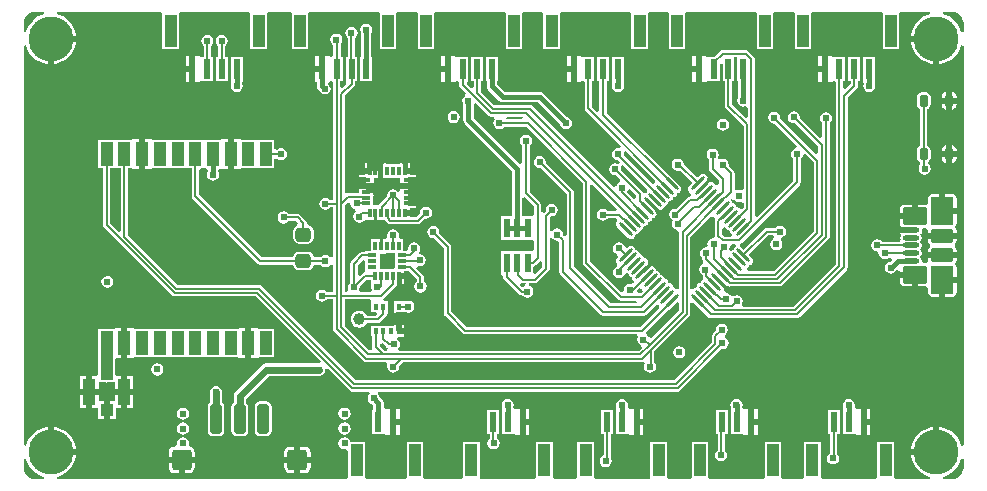
<source format=gtl>
G04*
G04 #@! TF.GenerationSoftware,Altium Limited,Altium Designer,20.1.8 (145)*
G04*
G04 Layer_Physical_Order=1*
G04 Layer_Color=255*
%FSLAX25Y25*%
%MOIN*%
G70*
G04*
G04 #@! TF.SameCoordinates,34700BE4-7B1B-4339-AD5F-997C77E8816B*
G04*
G04*
G04 #@! TF.FilePolarity,Positive*
G04*
G01*
G75*
%ADD17C,0.00800*%
G04:AMPARAMS|DCode=21|XSize=45.28mil|YSize=51.18mil|CornerRadius=9.73mil|HoleSize=0mil|Usage=FLASHONLY|Rotation=90.000|XOffset=0mil|YOffset=0mil|HoleType=Round|Shape=RoundedRectangle|*
%AMROUNDEDRECTD21*
21,1,0.04528,0.03171,0,0,90.0*
21,1,0.02581,0.05118,0,0,90.0*
1,1,0.01947,0.01586,0.01290*
1,1,0.01947,0.01586,-0.01290*
1,1,0.01947,-0.01586,-0.01290*
1,1,0.01947,-0.01586,0.01290*
%
%ADD21ROUNDEDRECTD21*%
%ADD25R,0.01968X0.06299*%
G04:AMPARAMS|DCode=32|XSize=39.37mil|YSize=29.53mil|CornerRadius=7.53mil|HoleSize=0mil|Usage=FLASHONLY|Rotation=270.000|XOffset=0mil|YOffset=0mil|HoleType=Round|Shape=RoundedRectangle|*
%AMROUNDEDRECTD32*
21,1,0.03937,0.01447,0,0,270.0*
21,1,0.02431,0.02953,0,0,270.0*
1,1,0.01506,-0.00723,-0.01216*
1,1,0.01506,-0.00723,0.01216*
1,1,0.01506,0.00723,0.01216*
1,1,0.01506,0.00723,-0.01216*
%
%ADD32ROUNDEDRECTD32*%
G04:AMPARAMS|DCode=33|XSize=46.26mil|YSize=74.8mil|CornerRadius=7.17mil|HoleSize=0mil|Usage=FLASHONLY|Rotation=270.000|XOffset=0mil|YOffset=0mil|HoleType=Round|Shape=RoundedRectangle|*
%AMROUNDEDRECTD33*
21,1,0.04626,0.06046,0,0,270.0*
21,1,0.03192,0.07480,0,0,270.0*
1,1,0.01434,-0.03023,-0.01596*
1,1,0.01434,-0.03023,0.01596*
1,1,0.01434,0.03023,0.01596*
1,1,0.01434,0.03023,-0.01596*
%
%ADD33ROUNDEDRECTD33*%
G04:AMPARAMS|DCode=34|XSize=93.5mil|YSize=74.8mil|CornerRadius=7.11mil|HoleSize=0mil|Usage=FLASHONLY|Rotation=270.000|XOffset=0mil|YOffset=0mil|HoleType=Round|Shape=RoundedRectangle|*
%AMROUNDEDRECTD34*
21,1,0.09350,0.06059,0,0,270.0*
21,1,0.07929,0.07480,0,0,270.0*
1,1,0.01421,-0.03030,-0.03965*
1,1,0.01421,-0.03030,0.03965*
1,1,0.01421,0.03030,0.03965*
1,1,0.01421,0.03030,-0.03965*
%
%ADD34ROUNDEDRECTD34*%
G04:AMPARAMS|DCode=35|XSize=58.07mil|YSize=82.68mil|CornerRadius=6.97mil|HoleSize=0mil|Usage=FLASHONLY|Rotation=270.000|XOffset=0mil|YOffset=0mil|HoleType=Round|Shape=RoundedRectangle|*
%AMROUNDEDRECTD35*
21,1,0.05807,0.06874,0,0,270.0*
21,1,0.04413,0.08268,0,0,270.0*
1,1,0.01394,-0.03437,-0.02207*
1,1,0.01394,-0.03437,0.02207*
1,1,0.01394,0.03437,0.02207*
1,1,0.01394,0.03437,-0.02207*
%
%ADD35ROUNDEDRECTD35*%
G04:AMPARAMS|DCode=36|XSize=17.72mil|YSize=54.33mil|CornerRadius=7.09mil|HoleSize=0mil|Usage=FLASHONLY|Rotation=270.000|XOffset=0mil|YOffset=0mil|HoleType=Round|Shape=RoundedRectangle|*
%AMROUNDEDRECTD36*
21,1,0.01772,0.04016,0,0,270.0*
21,1,0.00354,0.05433,0,0,270.0*
1,1,0.01417,-0.02008,-0.00177*
1,1,0.01417,-0.02008,0.00177*
1,1,0.01417,0.02008,0.00177*
1,1,0.01417,0.02008,-0.00177*
%
%ADD36ROUNDEDRECTD36*%
G04:AMPARAMS|DCode=38|XSize=66.93mil|YSize=66.93mil|CornerRadius=9.71mil|HoleSize=0mil|Usage=FLASHONLY|Rotation=180.000|XOffset=0mil|YOffset=0mil|HoleType=Round|Shape=RoundedRectangle|*
%AMROUNDEDRECTD38*
21,1,0.06693,0.04752,0,0,180.0*
21,1,0.04752,0.06693,0,0,180.0*
1,1,0.01941,-0.02376,0.02376*
1,1,0.01941,0.02376,0.02376*
1,1,0.01941,0.02376,-0.02376*
1,1,0.01941,-0.02376,-0.02376*
%
%ADD38ROUNDEDRECTD38*%
G04:AMPARAMS|DCode=39|XSize=100.39mil|YSize=39.37mil|CornerRadius=9.84mil|HoleSize=0mil|Usage=FLASHONLY|Rotation=270.000|XOffset=0mil|YOffset=0mil|HoleType=Round|Shape=RoundedRectangle|*
%AMROUNDEDRECTD39*
21,1,0.10039,0.01968,0,0,270.0*
21,1,0.08071,0.03937,0,0,270.0*
1,1,0.01968,-0.00984,-0.04035*
1,1,0.01968,-0.00984,0.04035*
1,1,0.01968,0.00984,0.04035*
1,1,0.01968,0.00984,-0.04035*
%
%ADD39ROUNDEDRECTD39*%
%ADD42R,0.04134X0.08661*%
%ADD43R,0.03937X0.03937*%
%ADD44R,0.03937X0.07874*%
%ADD45R,0.02362X0.06693*%
%ADD46R,0.03937X0.10630*%
G04:AMPARAMS|DCode=47|XSize=11.81mil|YSize=62.99mil|CornerRadius=0mil|HoleSize=0mil|Usage=FLASHONLY|Rotation=135.000|XOffset=0mil|YOffset=0mil|HoleType=Round|Shape=Round|*
%AMOVALD47*
21,1,0.05118,0.01181,0.00000,0.00000,225.0*
1,1,0.01181,0.01810,0.01810*
1,1,0.01181,-0.01810,-0.01810*
%
%ADD47OVALD47*%

G04:AMPARAMS|DCode=48|XSize=11.81mil|YSize=62.99mil|CornerRadius=0mil|HoleSize=0mil|Usage=FLASHONLY|Rotation=45.000|XOffset=0mil|YOffset=0mil|HoleType=Round|Shape=Round|*
%AMOVALD48*
21,1,0.05118,0.01181,0.00000,0.00000,135.0*
1,1,0.01181,0.01810,-0.01810*
1,1,0.01181,-0.01810,0.01810*
%
%ADD48OVALD48*%

%ADD49R,0.01181X0.03150*%
%ADD50R,0.01181X0.03150*%
%ADD51R,0.03150X0.01181*%
%ADD52R,0.01378X0.01968*%
%ADD53R,0.03150X0.01181*%
%ADD54C,0.03950*%
%ADD55C,0.01800*%
%ADD56C,0.01600*%
%ADD57C,0.02400*%
%ADD58C,0.15000*%
%ADD59C,0.02400*%
%ADD60C,0.03937*%
G36*
X7724Y155877D02*
X6574Y155529D01*
X5097Y154739D01*
X3803Y153677D01*
X2741Y152383D01*
X1952Y150906D01*
X1603Y149757D01*
X803Y149875D01*
Y152894D01*
X964Y153705D01*
X1280Y154469D01*
X1740Y155156D01*
X2324Y155740D01*
X3012Y156200D01*
X3776Y156516D01*
X4587Y156677D01*
X7605D01*
X7724Y155877D01*
D02*
G37*
G36*
X311185Y156516D02*
X311949Y156200D01*
X312636Y155740D01*
X313221Y155156D01*
X313680Y154468D01*
X313997Y153705D01*
X314158Y152894D01*
Y149875D01*
X313358Y149757D01*
X313009Y150906D01*
X312220Y152383D01*
X311158Y153677D01*
X309863Y154739D01*
X308387Y155529D01*
X307237Y155877D01*
X307356Y156677D01*
X310374D01*
X311185Y156516D01*
D02*
G37*
G36*
X302999Y155877D02*
X301850Y155529D01*
X300373Y154739D01*
X299079Y153677D01*
X298016Y152383D01*
X297227Y150906D01*
X296741Y149304D01*
X296675Y148638D01*
X305118D01*
Y147638D01*
X306118D01*
Y139195D01*
X306784Y139261D01*
X308387Y139747D01*
X309863Y140536D01*
X311158Y141598D01*
X312220Y142893D01*
X313009Y144369D01*
X313358Y145519D01*
X314158Y145400D01*
Y12080D01*
X313358Y11961D01*
X313009Y13111D01*
X312220Y14588D01*
X311158Y15882D01*
X309863Y16944D01*
X308387Y17733D01*
X306784Y18219D01*
X306118Y18285D01*
Y9843D01*
X305118D01*
Y8843D01*
X296675D01*
X296741Y8176D01*
X297227Y6574D01*
X298016Y5097D01*
X299079Y3803D01*
X300373Y2741D01*
X301850Y1952D01*
X302999Y1603D01*
X302881Y803D01*
X291564D01*
X290920Y1181D01*
X290920Y1603D01*
Y13386D01*
X285408D01*
Y1603D01*
X285408Y1181D01*
X284765Y803D01*
X267154D01*
X266511Y1181D01*
X266511Y1603D01*
Y13386D01*
X260999D01*
Y1603D01*
X260999Y1181D01*
X260356Y803D01*
X254102D01*
X253458Y1181D01*
X253458Y1603D01*
Y13386D01*
X247947D01*
Y1603D01*
X247947Y1181D01*
X247303Y803D01*
X229692D01*
X229049Y1181D01*
X229049Y1603D01*
Y13386D01*
X223537D01*
Y1603D01*
X223537Y1181D01*
X222894Y803D01*
X215950D01*
X215307Y1181D01*
X215307Y1603D01*
Y13386D01*
X209795D01*
Y1603D01*
X209795Y1181D01*
X209152Y803D01*
X191540D01*
X190897Y1181D01*
X190897Y1603D01*
Y13386D01*
X185385D01*
Y1603D01*
X185385Y1181D01*
X184742Y803D01*
X177858D01*
X177214Y1181D01*
X177214Y1603D01*
Y13386D01*
X171703D01*
Y1603D01*
X171703Y1181D01*
X171059Y803D01*
X153448D01*
X152805Y1181D01*
X152805Y1603D01*
Y13386D01*
X147293D01*
Y1603D01*
X147293Y1181D01*
X146650Y803D01*
X134698D01*
X134055Y1181D01*
X134055Y1603D01*
Y13386D01*
X128543D01*
Y1603D01*
X128543Y1181D01*
X127900Y803D01*
X115210D01*
X114567Y1181D01*
X114567Y1603D01*
Y13386D01*
X109734D01*
X109697Y13571D01*
X109258Y14228D01*
X108600Y14667D01*
X107825Y14822D01*
X107049Y14667D01*
X106392Y14228D01*
X105953Y13571D01*
X105798Y12795D01*
X105953Y12020D01*
X106392Y11362D01*
X107049Y10923D01*
X107825Y10769D01*
X108255Y10854D01*
X109055Y10338D01*
Y1603D01*
X109055Y1181D01*
X108412Y803D01*
X12080D01*
X11961Y1603D01*
X13111Y1952D01*
X14588Y2741D01*
X15882Y3803D01*
X16944Y5097D01*
X17733Y6574D01*
X18219Y8176D01*
X18285Y8843D01*
X9843D01*
Y9843D01*
X8843D01*
Y18285D01*
X8176Y18219D01*
X6574Y17733D01*
X5097Y16944D01*
X3803Y15882D01*
X2741Y14588D01*
X1952Y13111D01*
X1603Y11961D01*
X803Y12080D01*
Y145400D01*
X1603Y145519D01*
X1952Y144369D01*
X2741Y142893D01*
X3803Y141598D01*
X5097Y140536D01*
X6574Y139747D01*
X8176Y139261D01*
X8843Y139195D01*
Y147638D01*
X9843D01*
Y148638D01*
X18285D01*
X18219Y149304D01*
X17733Y150906D01*
X16944Y152383D01*
X15882Y153677D01*
X14588Y154739D01*
X13111Y155529D01*
X11961Y155877D01*
X12080Y156677D01*
X46404D01*
X47047Y156299D01*
X47047Y155877D01*
Y144095D01*
X52559D01*
Y155877D01*
X52559Y156299D01*
X53202Y156677D01*
X75735D01*
X76378Y156299D01*
X76378Y155877D01*
Y144095D01*
X81890D01*
Y155877D01*
X81890Y156299D01*
X82533Y156677D01*
X89613D01*
X90256Y156299D01*
X90256Y155877D01*
Y144095D01*
X95768D01*
Y155877D01*
X95768Y156299D01*
X96411Y156677D01*
X118943D01*
X119587Y156299D01*
X119587Y155877D01*
Y144095D01*
X125098D01*
Y155877D01*
X125098Y156299D01*
X125742Y156677D01*
X131540D01*
X132183Y156299D01*
X132183Y155877D01*
Y144095D01*
X137695D01*
Y155877D01*
X137695Y156299D01*
X138338Y156677D01*
X160871D01*
X161514Y156299D01*
X161514Y155877D01*
Y144095D01*
X167026D01*
Y155877D01*
X167026Y156299D01*
X167669Y156677D01*
X173469D01*
X174112Y156299D01*
X174112Y155877D01*
Y144095D01*
X179624D01*
Y155877D01*
X179624Y156299D01*
X180268Y156677D01*
X202800D01*
X203443Y156299D01*
X203443Y155877D01*
Y144095D01*
X208955D01*
Y155877D01*
X208955Y156299D01*
X209598Y156677D01*
X215261D01*
X215904Y156299D01*
X215904Y155877D01*
Y144095D01*
X221416D01*
Y155877D01*
X221416Y156299D01*
X222059Y156677D01*
X244591D01*
X245234Y156299D01*
X245234Y155877D01*
Y144095D01*
X250746D01*
Y155877D01*
X250746Y156299D01*
X251390Y156677D01*
X257190D01*
X257833Y156299D01*
X257833Y155877D01*
Y144095D01*
X263345D01*
Y155877D01*
X263345Y156299D01*
X263988Y156677D01*
X286520D01*
X287164Y156299D01*
X287164Y155877D01*
Y144095D01*
X292675D01*
Y155877D01*
X292675Y156299D01*
X293319Y156677D01*
X302881D01*
X302999Y155877D01*
D02*
G37*
G36*
X314158Y7605D02*
Y4587D01*
X313997Y3776D01*
X313680Y3012D01*
X313221Y2324D01*
X312636Y1740D01*
X311949Y1280D01*
X311185Y964D01*
X310374Y803D01*
X307356D01*
X307237Y1603D01*
X308387Y1952D01*
X309863Y2741D01*
X311158Y3803D01*
X312220Y5097D01*
X313009Y6574D01*
X313358Y7724D01*
X314158Y7605D01*
D02*
G37*
G36*
X1952Y6574D02*
X2741Y5097D01*
X3803Y3803D01*
X5097Y2741D01*
X6574Y1952D01*
X7724Y1603D01*
X7605Y803D01*
X4587D01*
X3776Y964D01*
X3012Y1280D01*
X2324Y1740D01*
X1740Y2324D01*
X1280Y3012D01*
X964Y3776D01*
X803Y4587D01*
Y7605D01*
X1603Y7724D01*
X1952Y6574D01*
D02*
G37*
%LPC*%
G36*
X62085Y148936D02*
X61310Y148782D01*
X60652Y148343D01*
X60213Y147686D01*
X60059Y146910D01*
X60213Y146135D01*
X60652Y145477D01*
X60875Y145329D01*
Y141732D01*
X60068D01*
X60039Y141732D01*
X59268Y141801D01*
Y141945D01*
X58087D01*
Y137598D01*
Y133252D01*
X59268D01*
Y133396D01*
X60039Y133465D01*
X60068Y133465D01*
X63976D01*
Y141732D01*
X63296D01*
Y145329D01*
X63518Y145477D01*
X63957Y146135D01*
X64112Y146910D01*
X63957Y147686D01*
X63518Y148343D01*
X62861Y148782D01*
X62085Y148936D01*
D02*
G37*
G36*
X18285Y146638D02*
X10842D01*
Y139195D01*
X11509Y139261D01*
X13111Y139747D01*
X14588Y140536D01*
X15882Y141598D01*
X16944Y142893D01*
X17733Y144369D01*
X18219Y145972D01*
X18285Y146638D01*
D02*
G37*
G36*
X304118D02*
X296675D01*
X296741Y145972D01*
X297227Y144369D01*
X298016Y142893D01*
X299079Y141598D01*
X300373Y140536D01*
X301850Y139747D01*
X303452Y139261D01*
X304118Y139195D01*
Y146638D01*
D02*
G37*
G36*
X266872Y141945D02*
X265691D01*
Y138598D01*
X266872D01*
Y141945D01*
D02*
G37*
G36*
X224943D02*
X223762D01*
Y138598D01*
X224943D01*
Y141945D01*
D02*
G37*
G36*
X183152Y141945D02*
X181971D01*
Y138598D01*
X183152D01*
Y141945D01*
D02*
G37*
G36*
X141223D02*
X140042D01*
Y138598D01*
X141223D01*
Y141945D01*
D02*
G37*
G36*
X99295D02*
X98114D01*
Y138598D01*
X99295D01*
Y141945D01*
D02*
G37*
G36*
X56087D02*
X54905D01*
Y138598D01*
X56087D01*
Y141945D01*
D02*
G37*
G36*
X115032Y152692D02*
X114256Y152538D01*
X113599Y152099D01*
X113159Y151441D01*
X113005Y150666D01*
X113159Y149890D01*
X113311Y149663D01*
Y141732D01*
X113091D01*
Y133465D01*
X117027D01*
Y141732D01*
X116752D01*
Y149663D01*
X116904Y149890D01*
X117058Y150666D01*
X116904Y151441D01*
X116464Y152099D01*
X115807Y152538D01*
X115032Y152692D01*
D02*
G37*
G36*
X66899Y148972D02*
X66123Y148818D01*
X65466Y148379D01*
X65027Y147721D01*
X64872Y146946D01*
X65027Y146170D01*
X65466Y145513D01*
X65688Y145365D01*
Y141732D01*
X64961D01*
Y133465D01*
X68898D01*
Y141732D01*
X68110D01*
Y145365D01*
X68332Y145513D01*
X68771Y146170D01*
X68925Y146946D01*
X68771Y147721D01*
X68332Y148379D01*
X67674Y148818D01*
X66899Y148972D01*
D02*
G37*
G36*
X266872Y136598D02*
X265691D01*
Y133252D01*
X266872D01*
Y136598D01*
D02*
G37*
G36*
X224943D02*
X223762D01*
Y133252D01*
X224943D01*
Y136598D01*
D02*
G37*
G36*
X183152Y136598D02*
X181971D01*
Y133252D01*
X183152D01*
Y136598D01*
D02*
G37*
G36*
X141223D02*
X140042D01*
Y133252D01*
X141223D01*
Y136598D01*
D02*
G37*
G36*
X56087D02*
X54905D01*
Y133252D01*
X56087D01*
Y136598D01*
D02*
G37*
G36*
X110108Y151599D02*
X109333Y151444D01*
X108676Y151005D01*
X108236Y150348D01*
X108082Y149572D01*
X108236Y148797D01*
X108676Y148139D01*
X108898Y147991D01*
Y141732D01*
X108169D01*
Y133465D01*
X108169D01*
X108451Y132665D01*
X107166Y131379D01*
X106427Y131686D01*
Y133465D01*
X107185D01*
Y141732D01*
X106476D01*
Y145912D01*
X106506Y145931D01*
X106946Y146589D01*
X107100Y147364D01*
X106946Y148140D01*
X106506Y148797D01*
X105849Y149237D01*
X105073Y149391D01*
X104298Y149237D01*
X103640Y148797D01*
X103201Y148140D01*
X103047Y147364D01*
X103201Y146589D01*
X103640Y145931D01*
X104055Y145654D01*
Y141783D01*
X103255Y141732D01*
X103248D01*
X102476Y141801D01*
Y141945D01*
X101295D01*
Y137598D01*
X100295D01*
Y136598D01*
X98114D01*
Y133252D01*
X98575D01*
Y131954D01*
X98706Y131296D01*
X99079Y130738D01*
X100199Y129618D01*
X100757Y129244D01*
X101415Y129114D01*
X102074Y129244D01*
X102632Y129618D01*
X103005Y130176D01*
X103136Y130834D01*
X103005Y131492D01*
X102632Y132051D01*
X102231Y132452D01*
X102476Y133252D01*
X103190Y133459D01*
X103206Y133461D01*
X103287Y133456D01*
X104006Y133294D01*
Y93869D01*
X102934D01*
X102811Y94054D01*
X102153Y94493D01*
X101378Y94647D01*
X100602Y94493D01*
X99945Y94054D01*
X99506Y93396D01*
X99352Y92621D01*
X99506Y91845D01*
X99945Y91188D01*
X100602Y90749D01*
X101378Y90594D01*
X102153Y90749D01*
X102811Y91188D01*
X102984Y91448D01*
X104006D01*
Y74879D01*
X103877Y74790D01*
X102811Y74964D01*
X102153Y75404D01*
X101378Y75558D01*
X100602Y75404D01*
X99945Y74964D01*
X99797Y74742D01*
X97475D01*
Y74822D01*
X97339Y75509D01*
X96950Y76091D01*
X96367Y76481D01*
X95680Y76617D01*
X92509D01*
X91822Y76481D01*
X91239Y76091D01*
X90850Y75509D01*
X90714Y74822D01*
Y74742D01*
X80161D01*
X59281Y95622D01*
Y103962D01*
X59847Y104527D01*
X60827Y104527D01*
X61690Y104527D01*
X62256Y103962D01*
Y103365D01*
X62104Y103138D01*
X61950Y102362D01*
X62104Y101587D01*
X62543Y100929D01*
X63201Y100490D01*
X63976Y100336D01*
X64752Y100490D01*
X65409Y100929D01*
X65848Y101587D01*
X66003Y102362D01*
X65848Y103138D01*
X65773Y103250D01*
X65914Y104109D01*
X66497Y104439D01*
X66913Y104315D01*
X67444Y104315D01*
X68882D01*
Y109252D01*
Y114189D01*
X67444D01*
X66913Y114189D01*
X66202Y113976D01*
X61627D01*
X61221Y113976D01*
X60421Y113976D01*
X55721D01*
X55315Y113976D01*
X54515Y113976D01*
X49816D01*
X49409Y113976D01*
X48609Y113976D01*
X44035D01*
X43323Y114189D01*
X42792Y114189D01*
X41354D01*
Y109252D01*
Y104315D01*
X42792D01*
X43323Y104315D01*
X44035Y104527D01*
X48609D01*
X49016Y104527D01*
X49816Y104527D01*
X54515D01*
X54921Y104527D01*
X55721Y104527D01*
X56860D01*
Y95121D01*
X56860Y95121D01*
X56952Y94657D01*
X57215Y94265D01*
X78804Y72676D01*
X78804Y72675D01*
X79197Y72413D01*
X79660Y72321D01*
X90714D01*
Y72241D01*
X90850Y71554D01*
X91239Y70972D01*
X91822Y70582D01*
X92509Y70446D01*
X95680D01*
X96367Y70582D01*
X96950Y70972D01*
X97339Y71554D01*
X97475Y72241D01*
Y72321D01*
X99797D01*
X99945Y72099D01*
X100602Y71659D01*
X101378Y71505D01*
X102153Y71659D01*
X102811Y72099D01*
X103877Y72273D01*
X104006Y72184D01*
Y63218D01*
X101877D01*
X101728Y63441D01*
X101071Y63880D01*
X100295Y64034D01*
X99520Y63880D01*
X98862Y63441D01*
X98423Y62783D01*
X98269Y62008D01*
X98423Y61232D01*
X98862Y60575D01*
X99520Y60136D01*
X100295Y59982D01*
X101071Y60136D01*
X101728Y60575D01*
X101877Y60797D01*
X104006D01*
Y50886D01*
X104006Y50886D01*
X104098Y50423D01*
X104360Y50030D01*
X114203Y40187D01*
X114203Y40187D01*
X114596Y39925D01*
X115059Y39833D01*
X115059Y39833D01*
X121630D01*
X121904Y39475D01*
X122118Y39033D01*
X121989Y38386D01*
X122144Y37610D01*
X122583Y36953D01*
X123240Y36514D01*
X124016Y36360D01*
X124791Y36514D01*
X125449Y36953D01*
X125888Y37610D01*
X126042Y38386D01*
X125990Y38648D01*
X127175Y39833D01*
X206911D01*
X206911Y39833D01*
X207313Y39913D01*
X207485Y39778D01*
X207856Y39284D01*
X207774Y39161D01*
X207619Y38386D01*
X207774Y37610D01*
X208213Y36953D01*
X208870Y36514D01*
X209646Y36360D01*
X210421Y36514D01*
X211079Y36953D01*
X211518Y37610D01*
X211672Y38386D01*
X211518Y39161D01*
X211097Y39790D01*
Y43517D01*
X222728Y55148D01*
X222728Y55148D01*
X222991Y55541D01*
X223083Y56005D01*
Y59558D01*
X223822Y59864D01*
X226292Y57393D01*
X226748Y57089D01*
X226903Y57058D01*
X229045Y54916D01*
X229438Y54654D01*
X229901Y54561D01*
X229901Y54561D01*
X258643D01*
X258643Y54561D01*
X259106Y54654D01*
X259499Y54916D01*
X275197Y70614D01*
X275197Y70614D01*
X275459Y71007D01*
X275551Y71470D01*
Y128170D01*
X278571Y131190D01*
X278833Y131582D01*
X278925Y132045D01*
X278925Y132046D01*
Y133465D01*
X279683D01*
Y141732D01*
X275746D01*
Y133465D01*
X276504D01*
Y132547D01*
X274743Y130786D01*
X274004Y131092D01*
Y133465D01*
X274762D01*
Y141732D01*
X270853D01*
X270825Y141732D01*
X270053Y141801D01*
Y141945D01*
X268872D01*
Y137598D01*
Y133252D01*
X270053D01*
Y133310D01*
X270828Y133458D01*
X270864Y133456D01*
X271583Y133294D01*
Y72404D01*
X257561Y58383D01*
X240638D01*
X240211Y59183D01*
X240370Y59421D01*
X240524Y60196D01*
X240370Y60972D01*
X239931Y61629D01*
X239273Y62068D01*
X238498Y62223D01*
X237722Y62068D01*
X237517Y61931D01*
X236961Y61721D01*
X236492Y62135D01*
X236368Y62320D01*
X235711Y62759D01*
X235158Y62869D01*
X234998Y63180D01*
X234253Y63925D01*
X234259Y63955D01*
X234152Y64492D01*
X233847Y64948D01*
X232038Y66758D01*
X232835Y67554D01*
X234644Y65745D01*
X235100Y65440D01*
X235415Y65378D01*
X235730Y65167D01*
X235867Y65140D01*
X236037Y64970D01*
X236194Y65075D01*
X236194Y65075D01*
X252817D01*
X252817Y65075D01*
X253281Y65167D01*
X253674Y65430D01*
X269123Y80879D01*
X269123Y80879D01*
X269385Y81271D01*
X269477Y81735D01*
Y119605D01*
X269699Y119754D01*
X270139Y120411D01*
X270293Y121186D01*
X270139Y121962D01*
X269699Y122619D01*
X269042Y123058D01*
X268267Y123213D01*
X267491Y123058D01*
X266834Y122619D01*
X266394Y121962D01*
X266240Y121186D01*
X266394Y120411D01*
X266834Y119754D01*
X267056Y119605D01*
Y114766D01*
X266317Y114459D01*
X259556Y121220D01*
X259608Y121482D01*
X259454Y122258D01*
X259015Y122915D01*
X258357Y123354D01*
X257582Y123508D01*
X256806Y123354D01*
X256149Y122915D01*
X255710Y122258D01*
X255556Y121482D01*
X255710Y120707D01*
X256149Y120049D01*
X256806Y119610D01*
X257582Y119456D01*
X257844Y119508D01*
X265656Y111696D01*
Y109484D01*
X264917Y109177D01*
X253007Y121087D01*
X253059Y121349D01*
X252905Y122125D01*
X252466Y122782D01*
X251808Y123221D01*
X251033Y123375D01*
X250257Y123221D01*
X249600Y122782D01*
X249161Y122125D01*
X249007Y121349D01*
X249161Y120574D01*
X249600Y119916D01*
X250257Y119477D01*
X251033Y119323D01*
X251295Y119375D01*
X258637Y112033D01*
X258324Y111215D01*
X257867Y111124D01*
X257210Y110685D01*
X256771Y110027D01*
X256616Y109252D01*
X256771Y108476D01*
X257210Y107819D01*
X257432Y107671D01*
Y100245D01*
X245369Y88182D01*
X244630Y88488D01*
Y140828D01*
X244630Y140828D01*
X244537Y141291D01*
X244275Y141684D01*
X242387Y143573D01*
X241994Y143835D01*
X241531Y143927D01*
X241531Y143927D01*
X233817D01*
X233817Y143927D01*
X233354Y143835D01*
X232961Y143573D01*
X231121Y141732D01*
X228924D01*
X228896Y141732D01*
X228124Y141801D01*
Y141945D01*
X226943D01*
Y137598D01*
Y133252D01*
X228124D01*
Y133396D01*
X228896Y133465D01*
X228924Y133465D01*
X232833D01*
Y139501D01*
X233017Y139626D01*
X233817Y139202D01*
Y133465D01*
X234575D01*
Y125335D01*
X234575Y125335D01*
X234667Y124872D01*
X234930Y124479D01*
X240808Y118600D01*
Y97613D01*
X240097Y97164D01*
X240008Y97157D01*
X239293Y97300D01*
X238623Y97166D01*
X238364Y97256D01*
X237823Y97644D01*
Y102859D01*
X237823Y102859D01*
X237731Y103323D01*
X237468Y103715D01*
X235802Y105381D01*
X235854Y105643D01*
X235700Y106419D01*
X235261Y107076D01*
X234604Y107515D01*
X233828Y107670D01*
X233053Y107515D01*
X232728Y107298D01*
X232151Y107875D01*
X232375Y108211D01*
X232530Y108986D01*
X232375Y109762D01*
X231936Y110419D01*
X231279Y110859D01*
X230503Y111013D01*
X229728Y110859D01*
X229070Y110419D01*
X228631Y109762D01*
X228477Y108986D01*
X228631Y108211D01*
X229070Y107554D01*
X229293Y107405D01*
Y104234D01*
X229293Y104234D01*
X229385Y103771D01*
X229647Y103378D01*
X232617Y100408D01*
Y99336D01*
X231866Y98813D01*
X231368Y99013D01*
X231063Y99468D01*
X230608Y99773D01*
X230293Y99835D01*
X230300Y99867D01*
X230265Y100040D01*
X230100Y99874D01*
X230070Y99880D01*
X229532Y99773D01*
X229076Y99468D01*
X227267Y97659D01*
X226470Y98456D01*
X228280Y100265D01*
X228584Y100721D01*
X228691Y101259D01*
X228685Y101288D01*
X228851Y101454D01*
X228678Y101488D01*
X228646Y101482D01*
X228584Y101796D01*
X228279Y102252D01*
X227824Y102557D01*
X227286Y102664D01*
X226748Y102557D01*
X226292Y102252D01*
X225339Y101299D01*
X220828Y105810D01*
X220707Y106419D01*
X220267Y107076D01*
X219610Y107515D01*
X218835Y107670D01*
X218059Y107515D01*
X217402Y107076D01*
X216963Y106419D01*
X216808Y105643D01*
X216963Y104868D01*
X217402Y104210D01*
X218059Y103771D01*
X218835Y103617D01*
X219470Y103743D01*
X223627Y99587D01*
X222674Y98633D01*
X222369Y98177D01*
X222262Y97640D01*
X222369Y97102D01*
X222674Y96646D01*
X223129Y96342D01*
X223272Y95498D01*
X223073Y95166D01*
X222995Y95092D01*
X222532Y95000D01*
X222140Y94737D01*
X222139Y94737D01*
X218377Y90975D01*
X218115Y91028D01*
X217340Y90873D01*
X216683Y90434D01*
X216243Y89777D01*
X216089Y89001D01*
X216243Y88226D01*
X216683Y87568D01*
X217249Y87190D01*
X216957Y86752D01*
X216802Y85977D01*
X216957Y85201D01*
X217396Y84544D01*
X218053Y84105D01*
X218612Y83994D01*
X219185Y83391D01*
X219262Y83221D01*
Y64219D01*
X219212Y64198D01*
X218462Y64086D01*
X218257Y64391D01*
X217802Y64696D01*
X217275Y64801D01*
X217170Y65328D01*
X216865Y65783D01*
X216410Y66088D01*
X215883Y66193D01*
X215778Y66719D01*
X215474Y67175D01*
X215018Y67480D01*
X214491Y67585D01*
X214386Y68111D01*
X214082Y68567D01*
X213626Y68872D01*
X213099Y68976D01*
X212994Y69503D01*
X212690Y69959D01*
X212234Y70264D01*
X211707Y70368D01*
X211602Y70895D01*
X211298Y71351D01*
X210842Y71656D01*
X210528Y71718D01*
X210534Y71750D01*
X210500Y71923D01*
X210334Y71757D01*
X210304Y71763D01*
X209767Y71656D01*
X209311Y71351D01*
X207501Y69542D01*
X206704Y70338D01*
X208514Y72148D01*
X208819Y72604D01*
X208926Y73141D01*
X208920Y73171D01*
X209085Y73337D01*
X208912Y73371D01*
X208881Y73365D01*
X208818Y73679D01*
X208514Y74135D01*
X208058Y74440D01*
X207531Y74544D01*
X207426Y75071D01*
X207122Y75527D01*
X206666Y75831D01*
X206139Y75936D01*
X206034Y76463D01*
X205730Y76919D01*
X205274Y77223D01*
X204747Y77328D01*
X204643Y77855D01*
X204338Y78311D01*
X203882Y78615D01*
X203344Y78722D01*
X202807Y78615D01*
X202351Y78311D01*
X202094Y78053D01*
X201226Y78317D01*
X201183Y78531D01*
X200744Y79189D01*
X200086Y79628D01*
X199311Y79782D01*
X198536Y79628D01*
X197878Y79189D01*
X197439Y78531D01*
X197285Y77756D01*
X197439Y76980D01*
X197878Y76323D01*
X198536Y75884D01*
X198750Y75841D01*
X199013Y74973D01*
X198732Y74692D01*
X198427Y74236D01*
X198321Y73698D01*
X198427Y73161D01*
X198732Y72705D01*
X198763Y72613D01*
X198607Y71826D01*
X198536Y71812D01*
X197878Y71373D01*
X197439Y70715D01*
X197285Y69940D01*
X197439Y69165D01*
X197878Y68507D01*
X198536Y68068D01*
X199311Y67914D01*
X200086Y68068D01*
X200744Y68507D01*
X201183Y69165D01*
X201888Y69440D01*
X202555Y69226D01*
X202603Y68985D01*
X202908Y68529D01*
X203364Y68225D01*
X203678Y68162D01*
X203672Y68130D01*
X203795Y67510D01*
X204147Y66984D01*
X204179Y66492D01*
X204061Y66333D01*
X203425Y65904D01*
X202927Y66003D01*
X202151Y65848D01*
X201494Y65409D01*
X201055Y64752D01*
X200901Y63976D01*
X200230Y63385D01*
X199840Y63348D01*
X189651Y73537D01*
Y98832D01*
X190390Y99138D01*
X198577Y90951D01*
X198271Y90212D01*
X195576D01*
X195427Y90434D01*
X194770Y90873D01*
X193994Y91028D01*
X193219Y90873D01*
X192561Y90434D01*
X192122Y89777D01*
X191968Y89001D01*
X192122Y88226D01*
X192561Y87568D01*
X193219Y87129D01*
X193994Y86975D01*
X194770Y87129D01*
X195427Y87568D01*
X195576Y87791D01*
X198375D01*
X198767Y87075D01*
X198732Y86941D01*
X198427Y86485D01*
X198321Y85947D01*
X198427Y85410D01*
X198732Y84954D01*
X202351Y81335D01*
X202807Y81030D01*
X203344Y80923D01*
X203882Y81030D01*
X204338Y81335D01*
X204643Y81791D01*
X204747Y82318D01*
X205274Y82422D01*
X205730Y82727D01*
X206034Y83183D01*
X206139Y83709D01*
X206666Y83814D01*
X207122Y84119D01*
X207426Y84575D01*
X207531Y85101D01*
X208058Y85206D01*
X208514Y85511D01*
X208818Y85966D01*
X208923Y86493D01*
X209450Y86598D01*
X209906Y86903D01*
X210210Y87358D01*
X210315Y87885D01*
X210842Y87990D01*
X211298Y88295D01*
X211602Y88750D01*
X211665Y89065D01*
X211696Y89058D01*
X211869Y89093D01*
X211703Y89258D01*
X211709Y89288D01*
X211602Y89826D01*
X211298Y90282D01*
X209488Y92091D01*
X210285Y92888D01*
X212094Y91078D01*
X212550Y90774D01*
X213088Y90667D01*
X213118Y90673D01*
X213283Y90507D01*
X213318Y90680D01*
X213312Y90711D01*
X213626Y90774D01*
X214082Y91079D01*
X214386Y91534D01*
X214491Y92061D01*
X215018Y92166D01*
X215474Y92470D01*
X215778Y92926D01*
X215883Y93453D01*
X216410Y93558D01*
X216865Y93862D01*
X217170Y94318D01*
X217275Y94845D01*
X217802Y94950D01*
X218257Y95254D01*
X218562Y95710D01*
X218667Y96237D01*
X219194Y96342D01*
X219649Y96646D01*
X219954Y97102D01*
X220061Y97640D01*
X219954Y98177D01*
X219649Y98633D01*
X216030Y102252D01*
X215575Y102557D01*
X215420Y102587D01*
X195205Y122803D01*
Y133465D01*
X195963D01*
Y141732D01*
X192026D01*
Y133465D01*
X192784D01*
Y123485D01*
X192045Y123179D01*
X190284Y124940D01*
Y133465D01*
X191042D01*
Y141732D01*
X187133D01*
X187105Y141732D01*
X186333Y141801D01*
Y141945D01*
X185152D01*
Y137598D01*
Y133252D01*
X186333D01*
Y133310D01*
X187107Y133458D01*
X187144Y133456D01*
X187862Y133294D01*
Y124439D01*
X187862Y124439D01*
X187955Y123975D01*
X188217Y123582D01*
X199979Y111821D01*
X199508Y111161D01*
X198916Y111278D01*
X198140Y111124D01*
X197483Y110685D01*
X197044Y110027D01*
X196889Y109252D01*
X197044Y108476D01*
X197483Y107819D01*
X198140Y107380D01*
X198916Y107226D01*
X198991Y107241D01*
X199630Y106602D01*
X199633Y106485D01*
X198879Y106031D01*
X198844Y106035D01*
X198100Y106183D01*
X197325Y106029D01*
X196667Y105590D01*
X196228Y104932D01*
X196074Y104157D01*
X196228Y103381D01*
X196667Y102724D01*
X197325Y102285D01*
X198100Y102130D01*
X198362Y102182D01*
X199761Y100783D01*
X199578Y99965D01*
X199519Y99895D01*
X198913Y99490D01*
X198474Y98833D01*
X198401Y98467D01*
X197538Y98199D01*
X170592Y125144D01*
X170200Y125407D01*
X169736Y125499D01*
X169736Y125499D01*
X157709D01*
X153276Y129932D01*
Y133465D01*
X154034D01*
Y141732D01*
X150097D01*
Y133465D01*
X150855D01*
Y131413D01*
X150116Y131107D01*
X148558Y132665D01*
X148845Y133465D01*
X149112D01*
Y141732D01*
X145204D01*
X145176Y141732D01*
X144404Y141801D01*
Y141945D01*
X143223D01*
Y137598D01*
Y133252D01*
X144404D01*
Y133310D01*
X145178Y133458D01*
X145215Y133456D01*
X145933Y133294D01*
Y132366D01*
X145933Y132366D01*
X146026Y131903D01*
X146288Y131510D01*
X148226Y129572D01*
X148031Y128635D01*
X147682Y128402D01*
X147243Y127745D01*
X147089Y126970D01*
X147243Y126194D01*
X147395Y125967D01*
Y120570D01*
X147526Y119911D01*
X147899Y119353D01*
X163634Y103618D01*
Y89263D01*
X163583Y88484D01*
X160039D01*
Y80610D01*
X162783D01*
X163583Y80610D01*
Y80610D01*
X163583D01*
Y80610D01*
X166326D01*
X167126Y80610D01*
Y80610D01*
X167126D01*
Y80610D01*
X170669Y80610D01*
X171033Y79961D01*
Y77519D01*
X170669Y76870D01*
X167126D01*
Y76870D01*
X167126D01*
Y76870D01*
X163583Y76870D01*
X162783Y76870D01*
X160039D01*
Y68996D01*
X160151D01*
X160600Y68338D01*
X160693Y67874D01*
X160955Y67481D01*
X165945Y62492D01*
X165945Y62492D01*
X166338Y62229D01*
X166801Y62137D01*
X166801Y62137D01*
X167129D01*
X167277Y61915D01*
X167935Y61475D01*
X168710Y61321D01*
X169485Y61475D01*
X170143Y61915D01*
X170582Y62572D01*
X170736Y63348D01*
X170582Y64123D01*
X170143Y64780D01*
X169485Y65220D01*
X169300Y65257D01*
X169182Y66096D01*
X169229Y66133D01*
X171302D01*
X171302Y66133D01*
X171765Y66225D01*
X172158Y66488D01*
X175791Y70120D01*
X176053Y70513D01*
X176146Y70976D01*
X176146Y70976D01*
Y81108D01*
X176945Y81351D01*
X177209Y80957D01*
X177866Y80518D01*
X178642Y80363D01*
X178796Y80394D01*
X179400Y79858D01*
Y69969D01*
X179400Y69968D01*
X179492Y69505D01*
X179754Y69112D01*
X193138Y55728D01*
X193138Y55728D01*
X193531Y55466D01*
X193994Y55374D01*
X193994Y55374D01*
X207666D01*
X207667Y55374D01*
X208130Y55466D01*
X208523Y55728D01*
X211667Y58872D01*
X212651Y58785D01*
X212738Y57801D01*
X206457Y51520D01*
X148536D01*
X143454Y56602D01*
Y78360D01*
X143454Y78360D01*
X143362Y78823D01*
X143099Y79216D01*
X143099Y79216D01*
X139356Y82960D01*
X139408Y83222D01*
X139253Y83997D01*
X138814Y84655D01*
X138157Y85094D01*
X137381Y85248D01*
X136606Y85094D01*
X135949Y84655D01*
X135509Y83997D01*
X135355Y83222D01*
X135509Y82446D01*
X135949Y81789D01*
X136606Y81350D01*
X137381Y81195D01*
X137643Y81248D01*
X141032Y77859D01*
Y56101D01*
X141032Y56101D01*
X141125Y55637D01*
X141387Y55244D01*
X147179Y49453D01*
X147179Y49453D01*
X147571Y49191D01*
X148035Y49098D01*
X148035Y49098D01*
X205144D01*
X205571Y48298D01*
X205475Y48155D01*
X205321Y47379D01*
X205475Y46604D01*
X205915Y45947D01*
X206572Y45507D01*
X206819Y44643D01*
X205830Y43654D01*
X126000D01*
X125770Y44240D01*
X125726Y44454D01*
X126140Y45074D01*
X126295Y45849D01*
X126140Y46624D01*
X125701Y47282D01*
X125381Y47496D01*
X125624Y48296D01*
X127575D01*
Y49280D01*
X125886D01*
Y50280D01*
X124886D01*
Y52264D01*
X124197D01*
Y52052D01*
X116732D01*
Y48508D01*
X116998D01*
Y45002D01*
X116998Y45002D01*
X117086Y44559D01*
X117013Y44389D01*
X116732Y43843D01*
X116025Y43769D01*
X107827Y51967D01*
Y60797D01*
X116430D01*
X116732Y60123D01*
X116732Y59997D01*
Y56579D01*
X118324D01*
X118661Y55818D01*
X118289Y55344D01*
X115245D01*
X115171Y55524D01*
X114729Y56099D01*
X114153Y56541D01*
X113483Y56819D01*
X112763Y56914D01*
X112044Y56819D01*
X111373Y56541D01*
X110798Y56099D01*
X110356Y55524D01*
X110078Y54853D01*
X109984Y54134D01*
X110078Y53414D01*
X110356Y52744D01*
X110798Y52168D01*
X111373Y51727D01*
X112044Y51449D01*
X112763Y51354D01*
X113483Y51449D01*
X114153Y51727D01*
X114729Y52168D01*
X115171Y52744D01*
X115245Y52923D01*
X118966D01*
X118966Y52923D01*
X119429Y53015D01*
X119822Y53278D01*
X121624Y55079D01*
X121886Y55472D01*
X121978Y55936D01*
X122327Y56186D01*
Y58351D01*
Y60335D01*
X121638D01*
Y60286D01*
X120838Y60254D01*
X120483Y60864D01*
X120491Y60923D01*
X120834Y61152D01*
X124872Y65189D01*
X125134Y65582D01*
X125224Y66035D01*
X125225D01*
X125227Y66045D01*
Y66248D01*
X125394D01*
Y68610D01*
X125984D01*
Y69610D01*
X127575D01*
Y70185D01*
X129331D01*
X129331Y70185D01*
Y70185D01*
X129881Y69669D01*
X131906Y67645D01*
Y66662D01*
X131684Y66513D01*
X131244Y65856D01*
X131090Y65080D01*
X131244Y64305D01*
X131684Y63648D01*
X132341Y63208D01*
X133116Y63054D01*
X133892Y63208D01*
X134549Y63648D01*
X134989Y64305D01*
X135143Y65080D01*
X134989Y65856D01*
X134549Y66513D01*
X134327Y66662D01*
Y68146D01*
X134327Y68146D01*
X134235Y68609D01*
X133973Y69002D01*
X133973Y69002D01*
X131755Y71219D01*
X131772Y71259D01*
X132227Y71879D01*
X132824Y71760D01*
X133600Y71914D01*
X134257Y72354D01*
X134696Y73011D01*
X134851Y73786D01*
X134696Y74562D01*
X134257Y75219D01*
X133600Y75659D01*
X132968Y75784D01*
X132961Y75792D01*
X132701Y76270D01*
X132616Y76587D01*
X132879Y76980D01*
X133033Y77756D01*
X132879Y78531D01*
X132440Y79189D01*
X131782Y79628D01*
X131007Y79782D01*
X130231Y79628D01*
X129574Y79189D01*
X129135Y78531D01*
X128981Y77756D01*
X128996Y77678D01*
X128340Y76878D01*
X127362D01*
Y80815D01*
X126379D01*
X125929Y81615D01*
X126042Y82185D01*
X125888Y82960D01*
X125449Y83618D01*
X124791Y84057D01*
X124016Y84211D01*
X123240Y84057D01*
X122583Y83618D01*
X122144Y82960D01*
X121989Y82185D01*
X122096Y81651D01*
X121560Y81080D01*
X121466Y81028D01*
X121079D01*
Y80815D01*
X120669D01*
Y78453D01*
X119488D01*
Y80815D01*
X119079D01*
Y81028D01*
X118488D01*
Y80815D01*
X116732D01*
Y76878D01*
X114764D01*
Y76711D01*
X113701D01*
X113701Y76711D01*
X113238Y76618D01*
X112845Y76356D01*
X112845Y76356D01*
X110069Y73580D01*
X109807Y73187D01*
X109714Y72724D01*
X109714Y72724D01*
Y66412D01*
X109492Y66264D01*
X109053Y65606D01*
X108899Y64831D01*
X109053Y64055D01*
X109078Y64018D01*
X108650Y63218D01*
X107827D01*
Y91947D01*
X109051Y93170D01*
X109788Y92776D01*
X109785Y92760D01*
X109939Y91985D01*
X110378Y91328D01*
X111036Y90888D01*
X111438Y90808D01*
X111607Y89959D01*
X111290Y89746D01*
X110850Y89089D01*
X110696Y88314D01*
X110850Y87538D01*
X111290Y86881D01*
X111947Y86442D01*
X112722Y86287D01*
X113498Y86442D01*
X114155Y86881D01*
X114156Y86882D01*
X114764Y87347D01*
X116520D01*
Y87134D01*
X117110D01*
Y87347D01*
X117520D01*
Y89709D01*
X118701D01*
Y87347D01*
X119110D01*
Y87134D01*
X119701D01*
Y87347D01*
X121191D01*
X121382Y87061D01*
X122276Y86167D01*
X122276Y86167D01*
X122669Y85905D01*
X123132Y85812D01*
X123132Y85812D01*
X132183D01*
X132183Y85812D01*
X132647Y85905D01*
X133039Y86167D01*
X134616Y87744D01*
X134939Y87679D01*
X135715Y87833D01*
X136372Y88273D01*
X136811Y88930D01*
X136966Y89706D01*
X136811Y90481D01*
X136372Y91138D01*
X135715Y91578D01*
X134939Y91732D01*
X134164Y91578D01*
X133506Y91138D01*
X133067Y90481D01*
X132913Y89706D01*
X132953Y89505D01*
X131682Y88234D01*
X129543D01*
Y88709D01*
X127953D01*
Y90709D01*
X129543D01*
Y91170D01*
X131610D01*
Y91760D01*
X129035D01*
Y93760D01*
D01*
Y95729D01*
D01*
Y97666D01*
X126461D01*
Y96831D01*
X125661Y96588D01*
X125449Y96905D01*
X124791Y97344D01*
X124016Y97499D01*
X123240Y97344D01*
X122583Y96905D01*
X122144Y96248D01*
X121989Y95472D01*
X122041Y95210D01*
X119413Y92582D01*
X119214Y92284D01*
X117421D01*
Y95107D01*
X117634D01*
Y95697D01*
X117421D01*
Y96107D01*
X115059D01*
Y97666D01*
X112484D01*
Y96171D01*
X109129D01*
X109129Y96171D01*
X108666Y96079D01*
X108627Y96053D01*
X107827Y96480D01*
Y128616D01*
X110994Y131783D01*
X110994Y131783D01*
X111256Y132176D01*
X111348Y132639D01*
Y133465D01*
X112106D01*
Y141732D01*
X111319D01*
Y147991D01*
X111541Y148139D01*
X111981Y148797D01*
X112135Y149572D01*
X111981Y150348D01*
X111541Y151005D01*
X110884Y151444D01*
X110108Y151599D01*
D02*
G37*
G36*
X284605Y141732D02*
X280668D01*
Y133465D01*
X280668D01*
X280815Y132665D01*
X280661Y131890D01*
X280815Y131114D01*
X281255Y130457D01*
X281912Y130018D01*
X282687Y129863D01*
X283463Y130018D01*
X284120Y130457D01*
X284560Y131114D01*
X284714Y131890D01*
X284560Y132665D01*
X284605Y133465D01*
X284605D01*
Y141732D01*
D02*
G37*
G36*
X200884Y141732D02*
X196947D01*
Y133465D01*
X196947D01*
X197095Y132665D01*
X196941Y131890D01*
X197095Y131114D01*
X197534Y130457D01*
X198192Y130018D01*
X198967Y129863D01*
X199742Y130018D01*
X200400Y130457D01*
X200839Y131114D01*
X200993Y131890D01*
X200839Y132665D01*
X200884Y133465D01*
X200884D01*
Y141732D01*
D02*
G37*
G36*
X73819D02*
X69882D01*
Y133465D01*
X69882D01*
X70030Y132665D01*
X69875Y131890D01*
X70030Y131114D01*
X70469Y130457D01*
X71126Y130018D01*
X71902Y129863D01*
X72677Y130018D01*
X73335Y130457D01*
X73774Y131114D01*
X73928Y131890D01*
X73774Y132665D01*
X73819Y133465D01*
X73819D01*
Y141732D01*
D02*
G37*
G36*
X310350Y129916D02*
Y127969D01*
X311861D01*
Y128184D01*
X311725Y128868D01*
X311338Y129448D01*
X310758Y129835D01*
X310350Y129916D01*
D02*
G37*
G36*
X308350D02*
X307943Y129835D01*
X307363Y129448D01*
X306976Y128868D01*
X306840Y128184D01*
Y127969D01*
X308350D01*
Y129916D01*
D02*
G37*
G36*
X311861Y125969D02*
X310350D01*
Y124021D01*
X310758Y124102D01*
X311338Y124489D01*
X311725Y125069D01*
X311861Y125753D01*
Y125969D01*
D02*
G37*
G36*
X308350D02*
X306840D01*
Y125753D01*
X306976Y125069D01*
X307363Y124489D01*
X307943Y124102D01*
X308350Y124021D01*
Y125969D01*
D02*
G37*
G36*
X144193Y123582D02*
X143418Y123427D01*
X142760Y122988D01*
X142321Y122331D01*
X142167Y121555D01*
X142321Y120780D01*
X142760Y120122D01*
X143418Y119683D01*
X144193Y119529D01*
X144968Y119683D01*
X145626Y120122D01*
X146065Y120780D01*
X146219Y121555D01*
X146065Y122331D01*
X145626Y122988D01*
X144968Y123427D01*
X144193Y123582D01*
D02*
G37*
G36*
X158955Y141732D02*
X155018D01*
Y133465D01*
X155292D01*
Y131915D01*
X155423Y131257D01*
X155796Y130699D01*
X159431Y127064D01*
X159989Y126691D01*
X160647Y126560D01*
X172188D01*
X179669Y119079D01*
X179722Y118811D01*
X180162Y118154D01*
X180819Y117715D01*
X181595Y117560D01*
X182370Y117715D01*
X183027Y118154D01*
X183467Y118811D01*
X183621Y119587D01*
X183467Y120362D01*
X183027Y121019D01*
X182370Y121459D01*
X182102Y121512D01*
X174117Y129497D01*
X173559Y129870D01*
X172901Y130001D01*
X161360D01*
X158733Y132628D01*
Y133465D01*
X158955D01*
Y141732D01*
D02*
G37*
G36*
X233992Y121000D02*
X233217Y120845D01*
X232560Y120406D01*
X232120Y119749D01*
X231966Y118973D01*
X232120Y118198D01*
X232560Y117541D01*
X233217Y117101D01*
X233992Y116947D01*
X234768Y117101D01*
X235425Y117541D01*
X235864Y118198D01*
X236019Y118973D01*
X235864Y119749D01*
X235425Y120406D01*
X234768Y120845D01*
X233992Y121000D01*
D02*
G37*
G36*
X72850Y114189D02*
X72320Y114189D01*
X70882D01*
Y109252D01*
Y104315D01*
X72320D01*
X72850Y104315D01*
X73562Y104527D01*
X78137D01*
X78543Y104527D01*
X79343Y104527D01*
X84449D01*
Y107475D01*
X84919Y107696D01*
X85249Y107774D01*
X85839Y107380D01*
X86614Y107226D01*
X87390Y107380D01*
X88047Y107819D01*
X88486Y108476D01*
X88640Y109252D01*
X88486Y110027D01*
X88047Y110685D01*
X87390Y111124D01*
X86614Y111278D01*
X85839Y111124D01*
X85249Y110730D01*
X84919Y110808D01*
X84449Y111029D01*
Y113976D01*
X79343D01*
X78937Y113976D01*
X78137Y113976D01*
X73562D01*
X72850Y114189D01*
D02*
G37*
G36*
X37386D02*
X36674Y113976D01*
X31693D01*
Y113976D01*
X31299D01*
Y113976D01*
X25787D01*
Y104527D01*
X27333D01*
Y85619D01*
X27333Y85619D01*
X27425Y85155D01*
X27687Y84763D01*
X50333Y62116D01*
X50333Y62116D01*
X50726Y61854D01*
X51190Y61762D01*
X51190Y61762D01*
X78259D01*
X99868Y40152D01*
X99474Y39415D01*
X99410Y39428D01*
X81693D01*
X80918Y39274D01*
X80260Y38834D01*
X71402Y29976D01*
X70963Y29319D01*
X70808Y28543D01*
Y26434D01*
X70573Y26277D01*
X70182Y25691D01*
X70044Y25000D01*
Y16929D01*
X70182Y16238D01*
X70573Y15652D01*
X71159Y15260D01*
X71850Y15123D01*
X73819D01*
X74510Y15260D01*
X75096Y15652D01*
X75488Y16238D01*
X75625Y16929D01*
Y25000D01*
X75488Y25691D01*
X75096Y26277D01*
X74861Y26434D01*
Y27704D01*
X82532Y35375D01*
X99410D01*
X100185Y35530D01*
X100842Y35969D01*
X101281Y36626D01*
X101436Y37402D01*
X101423Y37466D01*
X102160Y37860D01*
X109599Y30421D01*
X109599Y30421D01*
X109992Y30159D01*
X110455Y30067D01*
X110455Y30067D01*
X115991D01*
X116233Y29267D01*
X116105Y29181D01*
X115665Y28523D01*
X115511Y27748D01*
X115665Y26972D01*
X116105Y26315D01*
X116762Y25876D01*
X117030Y25822D01*
X117374Y25478D01*
Y24016D01*
X117126D01*
Y15748D01*
X121035D01*
X121063Y15748D01*
X121835Y15680D01*
Y15535D01*
X123016D01*
Y19882D01*
Y24228D01*
X121835D01*
Y24228D01*
X121131Y24461D01*
X120817Y24718D01*
X120815Y24725D01*
Y26191D01*
X120684Y26849D01*
X120311Y27407D01*
X119463Y28256D01*
X119410Y28523D01*
X118970Y29181D01*
X118842Y29267D01*
X119084Y30067D01*
X218834D01*
X218835Y30067D01*
X219298Y30159D01*
X219691Y30421D01*
X233516Y44246D01*
X233778Y44194D01*
X234553Y44348D01*
X235211Y44788D01*
X235650Y45445D01*
X235804Y46220D01*
X235650Y46996D01*
X235211Y47653D01*
X234584Y48072D01*
X234549Y48182D01*
X234516Y48916D01*
X235009Y49245D01*
X235449Y49902D01*
X235603Y50678D01*
X235449Y51453D01*
X235009Y52110D01*
X234352Y52550D01*
X233576Y52704D01*
X232801Y52550D01*
X232144Y52110D01*
X231704Y51453D01*
X231550Y50678D01*
X231602Y50416D01*
X230532Y49345D01*
X230269Y48952D01*
X230177Y48489D01*
X230177Y48489D01*
Y46312D01*
X217753Y33888D01*
X111536D01*
X80196Y65228D01*
X79803Y65491D01*
X79340Y65583D01*
X79340Y65583D01*
X52271D01*
X35660Y82194D01*
Y104527D01*
X36674D01*
X37386Y104315D01*
X37917Y104315D01*
X39354D01*
Y109252D01*
Y114189D01*
X37917D01*
X37386Y114189D01*
D02*
G37*
G36*
X310350Y112200D02*
Y110252D01*
X311861D01*
Y110468D01*
X311725Y111152D01*
X311338Y111731D01*
X310758Y112119D01*
X310350Y112200D01*
D02*
G37*
G36*
X308350D02*
X307943Y112119D01*
X307363Y111731D01*
X306976Y111152D01*
X306840Y110468D01*
Y110252D01*
X308350D01*
Y112200D01*
D02*
G37*
G36*
X311861Y108252D02*
X310350D01*
Y106304D01*
X310758Y106385D01*
X311338Y106773D01*
X311725Y107352D01*
X311861Y108036D01*
Y108252D01*
D02*
G37*
G36*
X308350D02*
X306840D01*
Y108036D01*
X306976Y107352D01*
X307363Y106773D01*
X307943Y106385D01*
X308350Y106304D01*
Y108252D01*
D02*
G37*
G36*
X126953Y106260D02*
X126362D01*
Y106048D01*
X121669D01*
Y106260D01*
X121079D01*
Y106048D01*
X120669D01*
Y103686D01*
Y101323D01*
X121079D01*
Y101111D01*
X121669D01*
Y101323D01*
X126362D01*
Y101111D01*
X126461D01*
Y99666D01*
X129035D01*
D01*
Y101634D01*
X131610D01*
Y102225D01*
X129543D01*
Y102686D01*
X127953D01*
Y103686D01*
X127362D01*
Y106048D01*
X126953D01*
Y106260D01*
D02*
G37*
G36*
X129543D02*
X128953D01*
Y104686D01*
X129543D01*
Y106260D01*
D02*
G37*
G36*
X115142D02*
X114551D01*
Y104686D01*
X115142D01*
Y106260D01*
D02*
G37*
G36*
X119079Y103686D02*
X117110D01*
D01*
X116142D01*
Y102686D01*
X114551D01*
Y102225D01*
X112484D01*
Y101634D01*
X115059D01*
Y99666D01*
X117634D01*
Y101111D01*
X119079D01*
Y103686D01*
D02*
G37*
G36*
X301609Y129755D02*
X300162D01*
X299561Y129635D01*
X299052Y129295D01*
X298711Y128785D01*
X298592Y128184D01*
Y125753D01*
X298711Y125152D01*
X299052Y124642D01*
X299561Y124302D01*
X299675Y124279D01*
Y111941D01*
X299561Y111918D01*
X299052Y111578D01*
X298711Y111068D01*
X298592Y110468D01*
Y108036D01*
X298711Y107435D01*
X299052Y106926D01*
X299561Y106585D01*
X299739Y106550D01*
X299751Y105766D01*
X299748Y105764D01*
X299309Y105106D01*
X299155Y104331D01*
X299309Y103555D01*
X299748Y102898D01*
X300406Y102459D01*
X301181Y102304D01*
X301957Y102459D01*
X302614Y102898D01*
X303053Y103555D01*
X303207Y104331D01*
X303053Y105106D01*
X302614Y105764D01*
X302424Y105890D01*
Y106728D01*
X302720Y106926D01*
X303060Y107435D01*
X303180Y108036D01*
Y110468D01*
X303060Y111068D01*
X302720Y111578D01*
X302210Y111918D01*
X302097Y111941D01*
Y124279D01*
X302210Y124302D01*
X302720Y124642D01*
X303060Y125152D01*
X303180Y125753D01*
Y128184D01*
X303060Y128785D01*
X302720Y129295D01*
X302210Y129635D01*
X301609Y129755D01*
D02*
G37*
G36*
X306087Y95915D02*
X304057D01*
X303390Y95783D01*
X302824Y95404D01*
X302446Y94839D01*
X302313Y94171D01*
Y93009D01*
X301513Y92365D01*
X301468Y92374D01*
X299031D01*
Y88437D01*
X298031D01*
Y87437D01*
X292864D01*
Y86230D01*
X292996Y85568D01*
X293286Y85135D01*
X293101Y84858D01*
X296614D01*
Y83002D01*
X294606D01*
X294022Y82886D01*
X293981Y82858D01*
X293101D01*
X293374Y82449D01*
X293432Y82411D01*
X293197Y82060D01*
X293081Y81476D01*
Y81122D01*
X293155Y80751D01*
X292804Y80133D01*
X292627Y79951D01*
X287014D01*
X286866Y80173D01*
X286209Y80612D01*
X285433Y80766D01*
X284658Y80612D01*
X284000Y80173D01*
X283561Y79516D01*
X283407Y78740D01*
X283561Y77965D01*
X284000Y77307D01*
X284658Y76868D01*
X285242Y76752D01*
X285676Y76399D01*
X285979Y76007D01*
X286098Y75406D01*
X286537Y74748D01*
X287195Y74309D01*
X287970Y74155D01*
X288745Y74309D01*
X289403Y74748D01*
X289887Y74719D01*
X290198Y73899D01*
X289592Y73293D01*
X289144Y73204D01*
X288487Y72765D01*
X288048Y72107D01*
X287893Y71332D01*
X288048Y70556D01*
X288487Y69899D01*
X289144Y69460D01*
X289919Y69306D01*
X290695Y69460D01*
X291352Y69899D01*
X291792Y70556D01*
X292064Y70681D01*
X292864Y70167D01*
Y70043D01*
X298031D01*
Y69043D01*
X299031D01*
Y65106D01*
X301468D01*
X301513Y65115D01*
X302313Y64471D01*
Y63309D01*
X302446Y62642D01*
X302824Y62076D01*
X303390Y61698D01*
X304057Y61565D01*
X306087D01*
Y67274D01*
X307087D01*
Y68274D01*
X311860D01*
Y71238D01*
X311727Y71906D01*
X311348Y72607D01*
X311727Y73175D01*
X311860Y73845D01*
Y74441D01*
X307087D01*
X302313D01*
Y73845D01*
X302365Y73580D01*
X301721Y72930D01*
X301468Y72980D01*
X300529D01*
X300147Y73445D01*
Y73799D01*
X300031Y74383D01*
X299715Y74902D01*
X300031Y75420D01*
X300147Y76004D01*
Y76358D01*
X300031Y76942D01*
X299701Y77437D01*
Y77484D01*
X300031Y77979D01*
X300147Y78563D01*
Y78917D01*
X300031Y79501D01*
X299701Y79996D01*
Y80044D01*
X300031Y80538D01*
X300147Y81122D01*
Y81476D01*
X300031Y82060D01*
X299797Y82411D01*
X299854Y82449D01*
X300232Y83014D01*
X300364Y83681D01*
Y84035D01*
X300746Y84500D01*
X301468D01*
X301721Y84550D01*
X302365Y83900D01*
X302313Y83635D01*
Y83039D01*
X307087D01*
X311860D01*
Y83635D01*
X311727Y84305D01*
X311348Y84873D01*
X311727Y85575D01*
X311860Y86242D01*
Y89207D01*
X307087D01*
Y90207D01*
X306087D01*
Y95915D01*
D02*
G37*
G36*
X310116D02*
X308087D01*
Y91207D01*
X311860D01*
Y94171D01*
X311727Y94839D01*
X311349Y95404D01*
X310784Y95783D01*
X310116Y95915D01*
D02*
G37*
G36*
X297031Y92374D02*
X294595D01*
X293932Y92242D01*
X293371Y91867D01*
X292996Y91306D01*
X292864Y90644D01*
Y89437D01*
X297031D01*
Y92374D01*
D02*
G37*
G36*
X87500Y90117D02*
X86725Y89963D01*
X86067Y89523D01*
X85628Y88866D01*
X85474Y88090D01*
X85628Y87315D01*
X86067Y86658D01*
X86725Y86218D01*
X87500Y86064D01*
X88275Y86218D01*
X88933Y86658D01*
X89081Y86880D01*
X91665D01*
X92296Y86249D01*
X92033Y85381D01*
X91822Y85339D01*
X91239Y84950D01*
X90850Y84367D01*
X90714Y83680D01*
Y81099D01*
X90850Y80412D01*
X91239Y79830D01*
X91822Y79441D01*
X92509Y79304D01*
X95680D01*
X96367Y79441D01*
X96950Y79830D01*
X97339Y80412D01*
X97475Y81099D01*
Y83680D01*
X97339Y84367D01*
X96950Y84950D01*
X96367Y85339D01*
X95680Y85475D01*
X95641D01*
X95305Y86162D01*
X95213Y86626D01*
X94951Y87018D01*
X93022Y88947D01*
X92630Y89209D01*
X92166Y89301D01*
X92166Y89301D01*
X89081D01*
X88933Y89523D01*
X88275Y89963D01*
X87500Y90117D01*
D02*
G37*
G36*
X311860Y81039D02*
X307087D01*
X302313D01*
Y80443D01*
X302446Y79773D01*
X302826Y79206D01*
Y78275D01*
X302446Y77707D01*
X302313Y77037D01*
Y76441D01*
X307087D01*
X311860D01*
Y77037D01*
X311727Y77707D01*
X311348Y78275D01*
Y79206D01*
X311727Y79773D01*
X311860Y80443D01*
Y81039D01*
D02*
G37*
G36*
X127575Y67610D02*
X126984D01*
Y66035D01*
X127575D01*
Y67610D01*
D02*
G37*
G36*
X297031Y68043D02*
X292864D01*
Y66837D01*
X292996Y66175D01*
X293371Y65613D01*
X293932Y65238D01*
X294595Y65106D01*
X297031D01*
Y68043D01*
D02*
G37*
G36*
X28740Y68660D02*
X27965Y68506D01*
X27307Y68067D01*
X26868Y67409D01*
X26714Y66634D01*
X26868Y65858D01*
X27307Y65201D01*
X27965Y64762D01*
X28740Y64608D01*
X29516Y64762D01*
X30173Y65201D01*
X30612Y65858D01*
X30766Y66634D01*
X30612Y67409D01*
X30173Y68067D01*
X29516Y68506D01*
X28740Y68660D01*
D02*
G37*
G36*
X311860Y66274D02*
X308087D01*
Y61565D01*
X310116D01*
X310784Y61698D01*
X311349Y62076D01*
X311727Y62642D01*
X311860Y63309D01*
Y66274D01*
D02*
G37*
G36*
X129035Y60377D02*
X128260Y60223D01*
X128151Y60150D01*
X127362Y60123D01*
X127362Y60123D01*
X125016D01*
Y60335D01*
X124327D01*
Y58351D01*
Y56367D01*
X125016D01*
Y56579D01*
X127362D01*
X127362Y56579D01*
Y56579D01*
X128151Y56552D01*
X128260Y56479D01*
X129035Y56325D01*
X129811Y56479D01*
X130468Y56918D01*
X130907Y57576D01*
X131062Y58351D01*
X130907Y59126D01*
X130468Y59784D01*
X129811Y60223D01*
X129035Y60377D01*
D02*
G37*
G36*
X127575Y52264D02*
X126886D01*
Y51280D01*
X127575D01*
Y52264D01*
D02*
G37*
G36*
X78756Y51197D02*
X78225Y51197D01*
X76787D01*
Y46260D01*
Y41323D01*
X78225D01*
X78756Y41323D01*
X79468Y41535D01*
X84449D01*
Y50984D01*
X79468D01*
X78756Y51197D01*
D02*
G37*
G36*
X37417D02*
X36887Y51197D01*
X35449D01*
Y46260D01*
Y41323D01*
X36887D01*
X37417Y41323D01*
X38129Y41535D01*
X42704D01*
X43110Y41535D01*
X43910Y41535D01*
X48609D01*
X49016Y41535D01*
X49816Y41535D01*
X54515D01*
X54921Y41535D01*
X55721Y41535D01*
X60421D01*
X60827Y41535D01*
X61627Y41535D01*
X66326D01*
X66732Y41535D01*
X67532Y41535D01*
X72107D01*
X72819Y41323D01*
X73350Y41323D01*
X74787D01*
Y46260D01*
Y51197D01*
X73350D01*
X72819Y51197D01*
X72107Y50984D01*
X67532D01*
X67126Y50984D01*
X66326Y50984D01*
X61627D01*
X61221Y50984D01*
X60421Y50984D01*
X55721D01*
X55315Y50984D01*
X54515Y50984D01*
X49816D01*
X49409Y50984D01*
X48609Y50984D01*
X43910D01*
X43504Y50984D01*
X42704Y50984D01*
X38129D01*
X37417Y51197D01*
D02*
G37*
G36*
X31480D02*
X30768Y50984D01*
X25787D01*
Y46490D01*
X25757Y46260D01*
Y35827D01*
X25133Y35252D01*
X23736D01*
Y30921D01*
X25803D01*
Y33071D01*
X28313D01*
X28543Y33040D01*
X28774Y33071D01*
X31284D01*
Y30921D01*
X33350D01*
Y35252D01*
X31954D01*
X31330Y35827D01*
Y40585D01*
X31480Y41323D01*
X32130Y41323D01*
X33449D01*
Y46260D01*
Y51197D01*
X32011D01*
X31480Y51197D01*
D02*
G37*
G36*
X219376Y45154D02*
X218600Y45000D01*
X217943Y44560D01*
X217504Y43903D01*
X217349Y43127D01*
X217504Y42352D01*
X217943Y41695D01*
X218600Y41255D01*
X219376Y41101D01*
X220151Y41255D01*
X220809Y41695D01*
X221248Y42352D01*
X221402Y43127D01*
X221248Y43903D01*
X220809Y44560D01*
X220151Y45000D01*
X219376Y45154D01*
D02*
G37*
G36*
X45374Y39445D02*
X44599Y39290D01*
X43941Y38851D01*
X43502Y38194D01*
X43348Y37418D01*
X43502Y36643D01*
X43941Y35985D01*
X44599Y35546D01*
X45374Y35392D01*
X46150Y35546D01*
X46807Y35985D01*
X47246Y36643D01*
X47400Y37418D01*
X47246Y38194D01*
X46807Y38851D01*
X46150Y39290D01*
X45374Y39445D01*
D02*
G37*
G36*
X37417Y35252D02*
X35350D01*
Y30921D01*
X37417D01*
Y35252D01*
D02*
G37*
G36*
X21736D02*
X19669D01*
Y30921D01*
X21736D01*
Y35252D01*
D02*
G37*
G36*
X37417Y28921D02*
X35350D01*
Y24590D01*
X37417D01*
Y28921D01*
D02*
G37*
G36*
X21736D02*
X19669D01*
Y24590D01*
X21736D01*
Y28921D01*
D02*
G37*
G36*
X33350D02*
X31284D01*
Y26984D01*
X29543D01*
Y24016D01*
Y21047D01*
X31512D01*
Y24590D01*
X33350D01*
Y28921D01*
D02*
G37*
G36*
X25803D02*
X23736D01*
Y24590D01*
X25575D01*
Y21047D01*
X27543D01*
Y24016D01*
Y26984D01*
X25803D01*
Y28921D01*
D02*
G37*
G36*
X207448Y24228D02*
X206267D01*
Y20882D01*
X207448D01*
Y24228D01*
D02*
G37*
G36*
X169356D02*
X168175D01*
Y20882D01*
X169356D01*
Y24228D01*
D02*
G37*
G36*
X126197D02*
X125016D01*
Y20882D01*
X126197D01*
Y24228D01*
D02*
G37*
G36*
X245600D02*
X244419D01*
Y20882D01*
X245600D01*
Y24228D01*
D02*
G37*
G36*
X283062D02*
X281881D01*
Y20882D01*
X283062D01*
Y24228D01*
D02*
G37*
G36*
X107825Y24664D02*
X107049Y24510D01*
X106392Y24071D01*
X105953Y23413D01*
X105798Y22638D01*
X105953Y21862D01*
X106392Y21205D01*
X107049Y20766D01*
X107825Y20612D01*
X108600Y20766D01*
X109258Y21205D01*
X109697Y21862D01*
X109851Y22638D01*
X109697Y23413D01*
X109258Y24071D01*
X108600Y24510D01*
X107825Y24664D01*
D02*
G37*
G36*
X53986D02*
X53211Y24510D01*
X52553Y24071D01*
X52114Y23413D01*
X51960Y22638D01*
X52114Y21862D01*
X52553Y21205D01*
X53211Y20766D01*
X53986Y20612D01*
X54762Y20766D01*
X55419Y21205D01*
X55858Y21862D01*
X56013Y22638D01*
X55858Y23413D01*
X55419Y24071D01*
X54762Y24510D01*
X53986Y24664D01*
D02*
G37*
G36*
X107825Y19743D02*
X107049Y19589D01*
X106392Y19149D01*
X105953Y18492D01*
X105798Y17717D01*
X105953Y16941D01*
X106392Y16284D01*
X107049Y15845D01*
X107825Y15690D01*
X108600Y15845D01*
X109258Y16284D01*
X109697Y16941D01*
X109851Y17717D01*
X109697Y18492D01*
X109258Y19149D01*
X108600Y19589D01*
X107825Y19743D01*
D02*
G37*
G36*
X53986D02*
X53211Y19589D01*
X52553Y19149D01*
X52114Y18492D01*
X51960Y17717D01*
X52114Y16941D01*
X52553Y16284D01*
X53211Y15845D01*
X53986Y15690D01*
X54762Y15845D01*
X55419Y16284D01*
X55858Y16941D01*
X56013Y17717D01*
X55858Y18492D01*
X55419Y19149D01*
X54762Y19589D01*
X53986Y19743D01*
D02*
G37*
G36*
X283062Y18882D02*
X281881D01*
Y15535D01*
X283062D01*
Y18882D01*
D02*
G37*
G36*
X275908Y27617D02*
X275133Y27463D01*
X274475Y27023D01*
X274036Y26366D01*
X273882Y25591D01*
X274036Y24815D01*
X273991Y24016D01*
X273991D01*
Y15748D01*
X277900D01*
X277928Y15748D01*
X278700Y15680D01*
Y15535D01*
X279881D01*
Y19882D01*
Y24228D01*
X278700D01*
Y24228D01*
X278255Y24195D01*
X277807Y24950D01*
X277935Y25591D01*
X277780Y26366D01*
X277341Y27023D01*
X276684Y27463D01*
X275908Y27617D01*
D02*
G37*
G36*
X245600Y18882D02*
X244419D01*
Y15535D01*
X245600D01*
Y18882D01*
D02*
G37*
G36*
X238446Y27617D02*
X237671Y27463D01*
X237013Y27023D01*
X236574Y26366D01*
X236420Y25591D01*
X236574Y24815D01*
X236529Y24016D01*
X236529D01*
Y15748D01*
X240438D01*
X240466Y15748D01*
X241238Y15680D01*
Y15535D01*
X242419D01*
Y19882D01*
Y24228D01*
X241238D01*
Y24228D01*
X240793Y24195D01*
X240345Y24950D01*
X240473Y25591D01*
X240318Y26366D01*
X239879Y27023D01*
X239222Y27463D01*
X238446Y27617D01*
D02*
G37*
G36*
X207448Y18882D02*
X206267D01*
Y15535D01*
X207448D01*
Y18882D01*
D02*
G37*
G36*
X200295Y27617D02*
X199519Y27463D01*
X198862Y27023D01*
X198423Y26366D01*
X198268Y25591D01*
X198423Y24815D01*
X198377Y24016D01*
X198377D01*
Y15748D01*
X202286D01*
X202314Y15748D01*
X203086Y15680D01*
Y15535D01*
X204267D01*
Y19882D01*
Y24228D01*
X203086D01*
Y24228D01*
X202642Y24195D01*
X202193Y24950D01*
X202321Y25591D01*
X202167Y26366D01*
X201727Y27023D01*
X201070Y27463D01*
X200295Y27617D01*
D02*
G37*
G36*
X169356Y18882D02*
X168175D01*
Y15535D01*
X169356D01*
Y18882D01*
D02*
G37*
G36*
X162202Y27617D02*
X161427Y27463D01*
X160769Y27023D01*
X160330Y26366D01*
X160176Y25591D01*
X160330Y24815D01*
X160285Y24016D01*
X160285D01*
Y15748D01*
X164194D01*
X164222Y15748D01*
X164994Y15680D01*
Y15535D01*
X166175D01*
Y19882D01*
Y24228D01*
X164994D01*
Y24228D01*
X164549Y24195D01*
X164101Y24950D01*
X164229Y25591D01*
X164074Y26366D01*
X163635Y27023D01*
X162978Y27463D01*
X162202Y27617D01*
D02*
G37*
G36*
X126197Y18882D02*
X125016D01*
Y15535D01*
X126197D01*
Y18882D01*
D02*
G37*
G36*
X81693Y26806D02*
X79724D01*
X79033Y26669D01*
X78447Y26277D01*
X78056Y25691D01*
X77918Y25000D01*
Y16929D01*
X78056Y16238D01*
X78447Y15652D01*
X79033Y15260D01*
X79724Y15123D01*
X81693D01*
X82384Y15260D01*
X82970Y15652D01*
X83362Y16238D01*
X83499Y16929D01*
Y25000D01*
X83362Y25691D01*
X82970Y26277D01*
X82384Y26669D01*
X81693Y26806D01*
D02*
G37*
G36*
X64961Y31948D02*
X64185Y31793D01*
X63528Y31354D01*
X63089Y30697D01*
X62934Y29921D01*
Y26434D01*
X62699Y26277D01*
X62308Y25691D01*
X62170Y25000D01*
Y16929D01*
X62308Y16238D01*
X62699Y15652D01*
X63285Y15260D01*
X63976Y15123D01*
X65945D01*
X66636Y15260D01*
X67222Y15652D01*
X67614Y16238D01*
X67751Y16929D01*
Y25000D01*
X67614Y25691D01*
X67222Y26277D01*
X66987Y26434D01*
Y29921D01*
X66833Y30697D01*
X66394Y31354D01*
X65736Y31793D01*
X64961Y31948D01*
D02*
G37*
G36*
X10842Y18285D02*
Y10842D01*
X18285D01*
X18219Y11509D01*
X17733Y13111D01*
X16944Y14588D01*
X15882Y15882D01*
X14588Y16944D01*
X13111Y17733D01*
X11509Y18219D01*
X10842Y18285D01*
D02*
G37*
G36*
X304118D02*
X303452Y18219D01*
X301850Y17733D01*
X300373Y16944D01*
X299079Y15882D01*
X298016Y14588D01*
X297227Y13111D01*
X296741Y11509D01*
X296675Y10842D01*
X304118D01*
Y18285D01*
D02*
G37*
G36*
X159301Y24016D02*
X155364D01*
Y15748D01*
X156196D01*
Y14327D01*
X156047Y14228D01*
X155608Y13571D01*
X155454Y12795D01*
X155608Y12020D01*
X156047Y11362D01*
X156705Y10923D01*
X157480Y10769D01*
X158256Y10923D01*
X158913Y11362D01*
X159352Y12020D01*
X159507Y12795D01*
X159352Y13571D01*
X158913Y14228D01*
X158617Y14426D01*
Y15748D01*
X159301D01*
Y24016D01*
D02*
G37*
G36*
X94502Y11669D02*
X93126D01*
Y8283D01*
X96511D01*
Y9659D01*
X96358Y10428D01*
X95923Y11080D01*
X95271Y11516D01*
X94502Y11669D01*
D02*
G37*
G36*
X91126D02*
X89750D01*
X88981Y11516D01*
X88329Y11080D01*
X87894Y10428D01*
X87741Y9659D01*
Y8283D01*
X91126D01*
Y11669D01*
D02*
G37*
G36*
X53986Y14822D02*
X53211Y14667D01*
X52553Y14228D01*
X52114Y13571D01*
X51960Y12795D01*
X52025Y12468D01*
X51460Y11669D01*
X51167D01*
X50398Y11516D01*
X49747Y11080D01*
X49311Y10428D01*
X49158Y9659D01*
Y8283D01*
X53543D01*
X57928D01*
Y9659D01*
X57775Y10428D01*
X57340Y11080D01*
X56688Y11516D01*
X56508Y11552D01*
X56409Y11623D01*
X55944Y12418D01*
X55945Y12458D01*
X56013Y12795D01*
X55858Y13571D01*
X55419Y14228D01*
X54762Y14667D01*
X53986Y14822D01*
D02*
G37*
G36*
X235545Y24016D02*
X231608D01*
Y15748D01*
X232211D01*
Y10543D01*
X231835Y10291D01*
X231396Y9634D01*
X231241Y8858D01*
X231396Y8083D01*
X231835Y7425D01*
X232492Y6986D01*
X233268Y6832D01*
X234043Y6986D01*
X234701Y7425D01*
X235140Y8083D01*
X235294Y8858D01*
X235140Y9634D01*
X234701Y10291D01*
X234633Y10336D01*
Y15748D01*
X235545D01*
Y24016D01*
D02*
G37*
G36*
X273007D02*
X269070D01*
Y15748D01*
X269643D01*
Y9500D01*
X269236Y9228D01*
X268797Y8571D01*
X268643Y7795D01*
X268797Y7020D01*
X269236Y6362D01*
X269894Y5923D01*
X270669Y5769D01*
X271445Y5923D01*
X272102Y6362D01*
X272541Y7020D01*
X272696Y7795D01*
X272541Y8571D01*
X272102Y9228D01*
X272064Y9253D01*
Y15748D01*
X273007D01*
Y24016D01*
D02*
G37*
G36*
X197393D02*
X193456D01*
Y15748D01*
X194214D01*
Y8783D01*
X194106Y8762D01*
X193449Y8323D01*
X193010Y7665D01*
X192856Y6890D01*
X193010Y6114D01*
X193449Y5457D01*
X194106Y5018D01*
X194882Y4863D01*
X195657Y5018D01*
X196315Y5457D01*
X196754Y6114D01*
X196908Y6890D01*
X196754Y7665D01*
X196632Y7848D01*
X196635Y7865D01*
X196635Y7866D01*
Y15748D01*
X197393D01*
Y24016D01*
D02*
G37*
G36*
X96511Y6284D02*
X93126D01*
Y2898D01*
X94502D01*
X95271Y3051D01*
X95923Y3487D01*
X96358Y4139D01*
X96511Y4907D01*
Y6284D01*
D02*
G37*
G36*
X91126D02*
X87741D01*
Y4907D01*
X87894Y4139D01*
X88329Y3487D01*
X88981Y3051D01*
X89750Y2898D01*
X91126D01*
Y6284D01*
D02*
G37*
G36*
X57928D02*
X54543D01*
Y2898D01*
X55919D01*
X56688Y3051D01*
X57340Y3487D01*
X57775Y4139D01*
X57928Y4907D01*
Y6284D01*
D02*
G37*
G36*
X52543D02*
X49158D01*
Y4907D01*
X49311Y4139D01*
X49747Y3487D01*
X50398Y3051D01*
X51167Y2898D01*
X52543D01*
Y6284D01*
D02*
G37*
%LPD*%
G36*
X238738Y133465D02*
X238986D01*
Y128004D01*
X238813Y127744D01*
X238658Y126969D01*
X238813Y126193D01*
X239252Y125536D01*
X239909Y125096D01*
X240685Y124942D01*
X241408Y125086D01*
X241479Y125085D01*
X242208Y124634D01*
Y121670D01*
X241469Y121364D01*
X236996Y125837D01*
Y133465D01*
X237754D01*
Y141506D01*
X238738D01*
Y133465D01*
D02*
G37*
G36*
X167238Y121597D02*
X166811Y120797D01*
X161790D01*
X161702Y120878D01*
X161968Y121559D01*
X162100Y121678D01*
X167185D01*
X167238Y121597D01*
D02*
G37*
G36*
X211347Y100453D02*
X211260Y99468D01*
X210275Y99381D01*
X200853Y108803D01*
X200942Y109252D01*
X200824Y109844D01*
X201484Y110315D01*
X211347Y100453D01*
D02*
G37*
G36*
X200545Y105687D02*
X208563Y97669D01*
X208476Y96684D01*
X208187Y96252D01*
X208079Y96235D01*
X207366Y96280D01*
X207318Y96521D01*
X207055Y96914D01*
X200074Y103895D01*
X200126Y104157D01*
X199978Y104901D01*
X199974Y104936D01*
X200428Y105690D01*
X200545Y105687D01*
D02*
G37*
G36*
X204988Y95556D02*
Y94577D01*
X204249Y94271D01*
X202054Y96466D01*
X202221Y97157D01*
X202297Y97299D01*
X203072Y97473D01*
X204988Y95556D01*
D02*
G37*
G36*
X237730Y94035D02*
X237860Y93841D01*
X238517Y93401D01*
X239293Y93247D01*
X240008Y93389D01*
X240097Y93383D01*
X240808Y92934D01*
Y91650D01*
X240169Y91050D01*
X239415Y91117D01*
X238959Y91421D01*
X238432Y91526D01*
X238328Y92053D01*
X238023Y92509D01*
X237567Y92813D01*
X237040Y92918D01*
X236936Y93445D01*
X236631Y93901D01*
X236609Y94155D01*
X236707Y94235D01*
X236726Y94242D01*
X237730Y94035D01*
D02*
G37*
G36*
X171033Y91629D02*
Y89133D01*
X170669Y88484D01*
X170233Y88484D01*
X167126D01*
X167075Y89263D01*
Y94456D01*
X167875Y94788D01*
X171033Y91629D01*
D02*
G37*
G36*
X234896Y84575D02*
X235201Y84119D01*
X235657Y83814D01*
X236184Y83709D01*
X236288Y83183D01*
X236593Y82727D01*
X237012Y82447D01*
X237023Y82387D01*
X236750Y81647D01*
X234538D01*
X233631Y82554D01*
Y84275D01*
X234380Y84789D01*
X234896Y84575D01*
D02*
G37*
G36*
X264254Y106416D02*
Y83394D01*
X250940Y70080D01*
X242482D01*
X242432Y70100D01*
X241893Y70880D01*
X241989Y71173D01*
X242199Y71313D01*
X242503Y71769D01*
X242608Y72295D01*
X243135Y72400D01*
X243591Y72705D01*
X243895Y73161D01*
X244002Y73698D01*
X243895Y74236D01*
X243591Y74692D01*
X242637Y75645D01*
X249091Y82099D01*
X250764D01*
X250988Y81805D01*
X250989Y81623D01*
X250735Y80819D01*
X250333Y80551D01*
X249894Y79893D01*
X249740Y79118D01*
X249894Y78342D01*
X250333Y77685D01*
X250991Y77246D01*
X251766Y77091D01*
X252542Y77246D01*
X253199Y77685D01*
X253639Y78342D01*
X253793Y79118D01*
X253639Y79893D01*
X253199Y80551D01*
X253407Y81374D01*
X253728Y81438D01*
X254386Y81877D01*
X254825Y82534D01*
X254979Y83310D01*
X254825Y84085D01*
X254386Y84742D01*
X253728Y85182D01*
X252953Y85336D01*
X252177Y85182D01*
X251520Y84742D01*
X251372Y84520D01*
X248590D01*
X248590Y84520D01*
X248126Y84428D01*
X247734Y84166D01*
X240925Y77357D01*
X239972Y78311D01*
X239712Y78485D01*
X239784Y79286D01*
X239796Y79317D01*
X239799Y79318D01*
X240192Y79580D01*
X259499Y98887D01*
X259761Y99280D01*
X259854Y99743D01*
X259854Y99744D01*
Y107671D01*
X260076Y107819D01*
X260515Y108476D01*
X260606Y108933D01*
X261424Y109246D01*
X264254Y106416D01*
D02*
G37*
G36*
X238156Y78425D02*
X237985Y78311D01*
X237680Y77855D01*
X237576Y77328D01*
X237049Y77223D01*
X236752Y77025D01*
X236273Y77322D01*
X236093Y77501D01*
X236235Y78216D01*
X236193Y78425D01*
X236813Y79225D01*
X237914D01*
X238156Y78425D01*
D02*
G37*
G36*
X124606Y74122D02*
Y72154D01*
Y71185D01*
X124394D01*
Y70972D01*
X119488D01*
Y72154D01*
Y74122D01*
Y75878D01*
X121669D01*
Y76091D01*
X124606D01*
Y74122D01*
D02*
G37*
G36*
X173618Y73275D02*
X173724Y73195D01*
Y71478D01*
X171469Y69223D01*
X170669Y69554D01*
Y71725D01*
X171117Y71815D01*
X171510Y72077D01*
X172924Y73491D01*
X173618Y73275D01*
D02*
G37*
G36*
X114764Y73719D02*
Y70586D01*
X114731Y70157D01*
X114172Y69682D01*
X113849Y69466D01*
X112875Y68493D01*
X112136Y68799D01*
Y72222D01*
X113964Y74050D01*
X114764Y73719D01*
D02*
G37*
G36*
X166804Y66225D02*
X167268Y66133D01*
X168191D01*
X168238Y66096D01*
X168120Y65257D01*
X167935Y65220D01*
X167277Y64780D01*
X167098Y64763D01*
X166182Y65679D01*
X166692Y66300D01*
X166804Y66225D01*
D02*
G37*
G36*
X230849Y88310D02*
X231377Y87630D01*
X231301Y87369D01*
X231209Y86906D01*
X231209Y86905D01*
Y82053D01*
X231209Y82053D01*
X231244Y81876D01*
X231061Y81559D01*
X230788Y81208D01*
X230659Y81112D01*
X230046Y80990D01*
X229388Y80551D01*
X228949Y79893D01*
X228795Y79118D01*
X228836Y78908D01*
X228260Y78207D01*
X227485Y78053D01*
X226828Y77614D01*
X226388Y76957D01*
X226234Y76181D01*
X226388Y75406D01*
X226828Y74748D01*
X227050Y74600D01*
Y74116D01*
X227050Y74116D01*
X227142Y73653D01*
X227317Y73391D01*
X227299Y72984D01*
X227091Y72441D01*
X226623Y72128D01*
X226184Y71471D01*
X226029Y70695D01*
X226184Y69920D01*
X226623Y69263D01*
X227151Y68910D01*
Y68550D01*
X227151Y68550D01*
X227206Y68276D01*
X227299Y67528D01*
X226905Y67212D01*
X226849Y67175D01*
X226545Y66719D01*
X226440Y66193D01*
X225913Y66088D01*
X225457Y65783D01*
X225153Y65328D01*
X225048Y64801D01*
X224521Y64696D01*
X224065Y64391D01*
X223883Y64118D01*
X223083Y64317D01*
Y81424D01*
X230040Y88382D01*
X230849Y88310D01*
D02*
G37*
G36*
X116732Y66248D02*
X116732Y66248D01*
X116797Y65448D01*
X116674Y64831D01*
X116829Y64055D01*
X116853Y64018D01*
X116426Y63218D01*
X113200D01*
X112773Y64018D01*
X112797Y64055D01*
X112952Y64831D01*
X112899Y65093D01*
X115206Y67400D01*
X116732D01*
Y66248D01*
D02*
G37*
G36*
X207084Y64353D02*
X207171Y63368D01*
X206601Y62799D01*
X205589D01*
X205258Y63599D01*
X206099Y64440D01*
X207084Y64353D01*
D02*
G37*
G36*
X155766Y122032D02*
X155766Y122032D01*
X156158Y121770D01*
X156622Y121678D01*
X156622Y121678D01*
X157567D01*
X157759Y121396D01*
X157921Y120878D01*
X157577Y120362D01*
X157422Y119587D01*
X157577Y118811D01*
X158016Y118154D01*
X158673Y117715D01*
X159449Y117560D01*
X160224Y117715D01*
X160882Y118154D01*
X161030Y118376D01*
X168334D01*
X187230Y99480D01*
Y73036D01*
X187230Y73036D01*
X187322Y72573D01*
X187584Y72180D01*
X199032Y60732D01*
X199425Y60470D01*
X199888Y60378D01*
X199888Y60378D01*
X204974D01*
X205401Y59578D01*
X205391Y59562D01*
X196580D01*
X184282Y71860D01*
Y96425D01*
X184189Y96888D01*
X183927Y97281D01*
X183927Y97281D01*
X174875Y106332D01*
X174927Y106595D01*
X174773Y107370D01*
X174334Y108027D01*
X173676Y108467D01*
X172901Y108621D01*
X172125Y108467D01*
X171468Y108027D01*
X171029Y107370D01*
X170875Y106595D01*
X171029Y105819D01*
X171468Y105162D01*
X172125Y104722D01*
X172901Y104568D01*
X173163Y104620D01*
X181860Y95923D01*
Y82238D01*
X181100Y81917D01*
X180655Y82323D01*
X180668Y82390D01*
X180514Y83165D01*
X180075Y83823D01*
X179417Y84262D01*
X178642Y84416D01*
X177866Y84262D01*
X177209Y83823D01*
X176945Y83428D01*
X176146Y83671D01*
Y87996D01*
X176768Y88545D01*
X176868Y88525D01*
X177644Y88679D01*
X178301Y89118D01*
X178741Y89776D01*
X178895Y90551D01*
X178741Y91327D01*
X178301Y91984D01*
X177644Y92423D01*
X176868Y92577D01*
X176093Y92423D01*
X175435Y91984D01*
X174996Y91327D01*
X174842Y90551D01*
X174894Y90289D01*
X174255Y89650D01*
X173560Y89866D01*
X173455Y89946D01*
Y92131D01*
X173455Y92131D01*
X173363Y92594D01*
X173100Y92987D01*
X173100Y92987D01*
X169512Y96575D01*
Y112100D01*
X169734Y112248D01*
X170174Y112906D01*
X170328Y113681D01*
X170174Y114456D01*
X169734Y115114D01*
X169077Y115553D01*
X168301Y115707D01*
X167526Y115553D01*
X166869Y115114D01*
X166429Y114456D01*
X166275Y113681D01*
X166429Y112906D01*
X166869Y112248D01*
X167091Y112100D01*
Y106159D01*
X166291Y105827D01*
X150836Y121282D01*
Y125831D01*
X151070Y125997D01*
X151718Y126080D01*
X155766Y122032D01*
D02*
G37*
G36*
X219262Y59580D02*
Y57086D01*
X210084Y47908D01*
X209220Y48155D01*
X208780Y48812D01*
X208496Y49002D01*
X208333Y49931D01*
X208351Y49988D01*
X215420Y57058D01*
X215575Y57089D01*
X216030Y57393D01*
X218523Y59886D01*
X219262Y59580D01*
D02*
G37*
G36*
X121615Y44993D02*
X121615Y44993D01*
X122008Y44731D01*
X122093Y44714D01*
X122224Y44622D01*
X122323Y44454D01*
X121873Y43666D01*
X121851Y43654D01*
X121269D01*
X119605Y45318D01*
X119669Y45808D01*
X120503Y46105D01*
X121615Y44993D01*
D02*
G37*
G36*
X33238Y83681D02*
X32499Y83375D01*
X29754Y86120D01*
Y104527D01*
X31299D01*
Y104527D01*
X31693D01*
Y104527D01*
X33238D01*
Y83681D01*
D02*
G37*
D17*
X252817Y66286D02*
X268267Y81735D01*
X233828Y68548D02*
X233931D01*
X236194Y66286D01*
X252817D01*
X235287Y69940D02*
X237689Y67539D01*
X252091D01*
X266867Y82315D01*
X235220Y69940D02*
X235287D01*
X228260Y74116D02*
X233828Y68548D01*
X251441Y68869D02*
X265465Y82893D01*
X236612Y71332D02*
X236618D01*
X239081Y68869D01*
X251441D01*
X132183Y87023D02*
X134866Y89706D01*
X134939D01*
X123132Y87023D02*
X132183D01*
X122238Y87917D02*
X123132Y87023D01*
X122047Y89709D02*
X122238Y89519D01*
Y87917D02*
Y89519D01*
X112763Y54134D02*
X118966D01*
X120768Y55936D02*
Y58351D01*
X118966Y54134D02*
X120768Y55936D01*
X133116Y65080D02*
Y68146D01*
X129700Y71563D02*
X133116Y68146D01*
X126969Y71563D02*
X129700D01*
X126969Y73532D02*
X127096Y73659D01*
X132697D01*
X132824Y73786D01*
X87500Y88090D02*
X92166D01*
X94095Y82185D02*
Y86162D01*
X92166Y88090D02*
X94095Y86162D01*
X142243Y56101D02*
X148035Y50309D01*
X137381Y83222D02*
X142243Y78360D01*
Y56101D02*
Y78360D01*
X231044Y65764D02*
Y65867D01*
X228362Y68550D02*
X231044Y65867D01*
X228362Y68550D02*
Y70389D01*
X228056Y70695D02*
X228362Y70389D01*
X110108Y137888D02*
Y149572D01*
Y137888D02*
X110236Y137761D01*
X110106Y137630D02*
X110236Y137761D01*
X105073Y147364D02*
X105266Y147172D01*
Y137648D02*
Y147172D01*
X66899Y137629D02*
Y146946D01*
X62085Y137676D02*
Y146910D01*
X62008Y137598D02*
X62085Y137676D01*
X66899Y137629D02*
X66929Y137598D01*
X105217D02*
X105266Y137648D01*
X188440Y73036D02*
X199888Y61588D01*
X188440Y73036D02*
Y99981D01*
X199888Y61588D02*
X207103D01*
X168835Y119587D02*
X188440Y99981D01*
X159449Y119587D02*
X168835D01*
X156622Y122888D02*
X168352D01*
X157208Y124288D02*
X169736D01*
X168352Y122888D02*
X204319Y86922D01*
X169736Y124288D02*
X205711Y88314D01*
X183071Y71359D02*
Y96425D01*
X172901Y106595D02*
X183071Y96425D01*
Y71359D02*
X196079Y58351D01*
X174935Y70976D02*
Y88618D01*
X171302Y67344D02*
X174935Y70976D01*
Y88618D02*
X176868Y90551D01*
X180610Y69968D02*
Y80421D01*
X176868Y90551D02*
Y90551D01*
X178642Y82390D02*
X180610Y80421D01*
X202927Y63976D02*
X203923D01*
X208495Y68548D01*
X199311Y69940D02*
Y70500D01*
X124016Y38386D02*
X126673Y41043D01*
X207103Y61588D02*
X211279Y65764D01*
X228260Y74116D02*
Y76181D01*
X230821Y74339D02*
X235220Y69940D01*
X230821Y74339D02*
Y79118D01*
X233283Y74765D02*
X236612Y71435D01*
X233283Y74765D02*
Y76947D01*
X234209Y77874D01*
Y78216D01*
X236612Y71332D02*
Y71435D01*
X235220Y69940D02*
Y69940D01*
X240788Y75508D02*
X240788D01*
X248590Y83310D01*
X252953D01*
X206911Y41043D02*
X209887Y44019D01*
X209646Y38386D02*
X209887Y38627D01*
Y44019D01*
X206331Y42443D02*
X209480Y45592D01*
X207348Y47379D02*
X207692D01*
X209480Y45592D01*
X209887Y44019D02*
X221872Y56005D01*
X209480Y45592D02*
X220472Y56584D01*
X206959Y50309D02*
X216846Y60196D01*
X148035Y50309D02*
X206959D01*
X167268Y67344D02*
X171302D01*
X165780Y68831D02*
X167268Y67344D01*
X172244Y74523D02*
Y92131D01*
X168301Y96073D02*
X172244Y92131D01*
X168301Y96073D02*
Y113681D01*
X168898Y72933D02*
X170654D01*
X172244Y74523D01*
X166801Y63348D02*
X168710D01*
X161811Y68338D02*
X166801Y63348D01*
X161811Y68338D02*
Y72933D01*
X199455Y89001D02*
X202927Y85530D01*
X193994Y89001D02*
X199455D01*
X196079Y58351D02*
X206649D01*
X180610Y69968D02*
X193994Y56584D01*
X207667D01*
X206649Y58351D02*
X212671Y64372D01*
X207667Y56584D02*
X214062Y62980D01*
X165780Y68831D02*
Y72507D01*
X165354Y72933D02*
X165780Y72507D01*
X122471Y45849D02*
X124268D01*
X120768Y47552D02*
Y50280D01*
Y47552D02*
X122471Y45849D01*
X105217Y92658D02*
Y137598D01*
X230503Y104234D02*
Y108986D01*
Y104234D02*
X233828Y100909D01*
Y96665D02*
Y100909D01*
X265465Y82893D02*
Y106917D01*
X251033Y121349D02*
X265465Y106917D01*
X266867Y82315D02*
Y112197D01*
X268267Y81735D02*
Y121186D01*
X257582Y121482D02*
X266867Y112197D01*
X234037Y80436D02*
X239335D01*
X258643Y99743D01*
Y109252D01*
X232420Y86906D02*
X235220Y89706D01*
X232420Y82053D02*
Y86906D01*
Y82053D02*
X234037Y80436D01*
X225476Y99449D02*
X225476D01*
X219282Y105643D02*
X225476Y99449D01*
X218835Y105643D02*
X219282D01*
X200346Y96463D02*
X207103Y89706D01*
X200346Y96463D02*
Y98057D01*
X198100Y104157D02*
X206199Y96058D01*
X208495Y91098D02*
Y91201D01*
X206199Y93496D02*
X208495Y91201D01*
X206199Y93496D02*
Y96058D01*
X240685Y126969D02*
X240707Y126991D01*
X242019Y90937D02*
Y119102D01*
X235786Y125335D02*
Y137598D01*
Y125335D02*
X242019Y119102D01*
X162228Y19908D02*
X162254Y19882D01*
X162202Y25591D02*
X162228Y25565D01*
X112722Y88727D02*
X113701Y89706D01*
X112722Y88314D02*
Y88727D01*
X116138Y89706D02*
X116142Y89709D01*
X113701Y89706D02*
X116138D01*
X120079Y89709D02*
X120269Y89900D01*
Y91726D01*
X124016Y95472D01*
X124016Y89709D02*
X124016Y89709D01*
Y95472D01*
X125984Y89709D02*
Y93504D01*
X124016Y95472D02*
X125984Y93504D01*
X81693Y109252D02*
X86614D01*
X125886Y58351D02*
X129035D01*
X110925Y64831D02*
Y72724D01*
X113701Y75500D02*
X117126D01*
X110925Y72724D02*
X113701Y75500D01*
X124016Y78453D02*
Y82185D01*
X114705Y68610D02*
X118110D01*
X110925Y64831D02*
X114705Y68610D01*
X119458Y64736D02*
X120079Y65356D01*
X118796Y64736D02*
X119458D01*
X118701Y64831D02*
X118796Y64736D01*
X120079Y65356D02*
Y68610D01*
X119978Y62008D02*
X124016Y66045D01*
X106616Y62008D02*
X119978D01*
X129634Y75500D02*
X131007Y76873D01*
Y77756D01*
X126969Y75500D02*
X129634D01*
X106616Y92448D02*
Y129118D01*
X110138Y132639D02*
Y137598D01*
X106616Y129118D02*
X110138Y132639D01*
X79660Y73532D02*
X94095D01*
X58071Y95121D02*
Y109252D01*
Y95121D02*
X79660Y73532D01*
X300886Y109252D02*
Y126969D01*
Y109252D02*
X301033Y109104D01*
Y104478D02*
Y109104D01*
Y104478D02*
X301181Y104331D01*
X198916Y109028D02*
X212671Y95273D01*
X198916Y109028D02*
Y109252D01*
X218829Y86083D02*
X224346Y91601D01*
X218829Y85977D02*
Y86083D01*
X224346Y91601D02*
X225979D01*
X229652Y95273D01*
X222995Y93881D02*
X225373D01*
X218115Y89001D02*
Y89001D01*
X222995Y93881D01*
X287970Y76181D02*
X296614D01*
X225373Y93881D02*
X228157Y96665D01*
X285433Y78740D02*
X296614D01*
X228157Y96665D02*
X228260D01*
X239293Y85530D02*
X239396D01*
X79340Y64372D02*
X111035Y32677D01*
X218255D01*
X231388Y45810D01*
X218835Y31277D02*
X233778Y46220D01*
X110455Y31277D02*
X218835D01*
X78760Y62972D02*
X110455Y31277D01*
X51190Y62972D02*
X78760D01*
X51770Y64372D02*
X79340D01*
X231388Y48489D02*
X233576Y50678D01*
X231388Y45810D02*
Y48489D01*
X34449Y81693D02*
Y109252D01*
Y81693D02*
X51770Y64372D01*
X28543Y85619D02*
X51190Y62972D01*
X28543Y85619D02*
Y109252D01*
X229652Y64372D02*
X233137Y60887D01*
X234935D01*
X232669Y58572D02*
X236873D01*
X238498Y60196D01*
X228260Y62980D02*
X232669Y58572D01*
X94095Y73532D02*
X101378D01*
X118209Y45002D02*
X120768Y42443D01*
X118209Y45002D02*
Y50280D01*
X204319Y72724D02*
Y72724D01*
X236612Y96665D02*
Y102859D01*
X233828Y105643D02*
X236612Y102859D01*
X232436Y92489D02*
X236612Y96665D01*
X220472Y83310D02*
X231044Y93881D01*
Y93881D02*
X233828Y96665D01*
X231044Y93881D02*
Y93881D01*
X258063Y57172D02*
X272794Y71903D01*
X274341Y71470D02*
Y128671D01*
X258643Y55772D02*
X274341Y71470D01*
X231388Y57172D02*
X258063D01*
X272794Y71903D02*
Y137598D01*
X229901Y55772D02*
X258643D01*
X105217Y62008D02*
Y92658D01*
X101378Y92621D02*
X101415Y92658D01*
X105217D01*
X114868Y94919D02*
X115059Y94729D01*
X112763Y94919D02*
X114868D01*
X112722Y94960D02*
X112763Y94919D01*
X109129Y94960D02*
X112722D01*
X106616Y92448D02*
X109129Y94960D01*
X111811Y92760D02*
X115059D01*
X106616Y62008D02*
Y92448D01*
X100295Y62008D02*
X105217D01*
Y50886D02*
X115059Y41043D01*
X105217Y50886D02*
Y62008D01*
X106616Y51466D02*
Y62008D01*
X124016Y66045D02*
Y68610D01*
X126673Y41043D02*
X206911D01*
X115059D02*
X126673D01*
X115639Y42443D02*
X120768D01*
X206331D01*
X220472Y56584D02*
Y83310D01*
X221872Y81926D02*
X232436Y92489D01*
X221872Y56005D02*
Y81926D01*
X106616Y51466D02*
X115639Y42443D01*
X110106Y137630D02*
X110138Y137598D01*
X147144Y132366D02*
X156622Y122888D01*
X152065Y129431D02*
X157208Y124288D01*
X147144Y132366D02*
Y137598D01*
X152065Y129431D02*
Y137598D01*
X226972Y61588D02*
X231388Y57172D01*
X225476Y60196D02*
X229901Y55772D01*
X274341Y128671D02*
X277715Y132045D01*
Y137598D01*
X226868Y61588D02*
X226972D01*
X230864Y137598D02*
Y139764D01*
X233817Y142717D01*
X241531D01*
X243419Y86872D02*
Y140828D01*
X241531Y142717D02*
X243419Y140828D01*
X238004Y86922D02*
X242019Y90937D01*
X240788Y84138D02*
Y84241D01*
X243419Y86872D01*
X189073Y124439D02*
X215454Y98057D01*
X189073Y124439D02*
Y137598D01*
X193994Y122301D02*
X216846Y99449D01*
X193994Y122301D02*
Y137598D01*
X270669Y7795D02*
Y7874D01*
X270854Y19697D02*
X271038Y19882D01*
X270854Y8059D02*
Y19697D01*
X270669Y7874D02*
X270854Y8059D01*
X233422Y19727D02*
X233576Y19882D01*
X233422Y9013D02*
Y19727D01*
X233268Y8858D02*
X233422Y9013D01*
X194882Y6890D02*
Y7323D01*
X195425Y7865D01*
Y19882D01*
X157333D02*
X157406Y19808D01*
Y12869D02*
Y19808D01*
Y12869D02*
X157480Y12795D01*
X199311Y70500D02*
X202927Y74116D01*
X229652Y64269D02*
Y64372D01*
X240685Y75508D02*
X240788D01*
X235220Y89706D02*
X235323D01*
X208495Y91098D02*
Y91098D01*
X201535Y75508D02*
Y75532D01*
X209887Y67156D02*
Y67156D01*
X228260Y62877D02*
Y62980D01*
X199311Y77756D02*
X201535Y75532D01*
D21*
X94095Y82390D02*
D03*
Y73532D02*
D03*
D25*
X161811Y84547D02*
D03*
X165354D02*
D03*
X168898D02*
D03*
Y72933D02*
D03*
X165354D02*
D03*
X161811D02*
D03*
D32*
X309350Y109252D02*
D03*
Y126969D02*
D03*
X300886D02*
D03*
Y109252D02*
D03*
D33*
X307087Y75441D02*
D03*
Y82039D02*
D03*
D34*
Y90207D02*
D03*
Y67274D02*
D03*
D35*
X298031Y88437D02*
D03*
Y69043D02*
D03*
D36*
X296614Y83858D02*
D03*
Y73622D02*
D03*
Y76181D02*
D03*
Y78740D02*
D03*
Y81299D02*
D03*
D38*
X92126Y7283D02*
D03*
X53543D02*
D03*
D39*
X80709Y20965D02*
D03*
X72835D02*
D03*
X64961D02*
D03*
D42*
X34350Y29921D02*
D03*
X22736D02*
D03*
D43*
X28543Y24016D02*
D03*
Y35827D02*
D03*
D44*
X81693Y109252D02*
D03*
X69882D02*
D03*
X40354D02*
D03*
X75787Y46260D02*
D03*
X34449D02*
D03*
X75787Y109252D02*
D03*
X63976D02*
D03*
X58071D02*
D03*
X52165D02*
D03*
X46260D02*
D03*
X34449D02*
D03*
X28543D02*
D03*
Y46260D02*
D03*
X40354D02*
D03*
X46260D02*
D03*
X52165D02*
D03*
X58071D02*
D03*
X63976D02*
D03*
X69882D02*
D03*
X81693D02*
D03*
D45*
X66929Y137598D02*
D03*
X62008D02*
D03*
X57087D02*
D03*
X71850D02*
D03*
X152065D02*
D03*
X147144D02*
D03*
X142223D02*
D03*
X156986D02*
D03*
X240707Y137598D02*
D03*
X282636D02*
D03*
X198916Y137598D02*
D03*
X238498Y19882D02*
D03*
X275959D02*
D03*
X162254D02*
D03*
X200346D02*
D03*
X115059Y137598D02*
D03*
X267872Y137598D02*
D03*
X225943D02*
D03*
X184152Y137598D02*
D03*
X280881Y19882D02*
D03*
X243419D02*
D03*
X205267D02*
D03*
X167175D02*
D03*
X100295Y137598D02*
D03*
X124016Y19882D02*
D03*
X272794Y137598D02*
D03*
X277715D02*
D03*
X233576Y19882D02*
D03*
X195425D02*
D03*
X157333D02*
D03*
X271038D02*
D03*
X105217Y137598D02*
D03*
X110138D02*
D03*
X189073D02*
D03*
X193994D02*
D03*
X230864Y137598D02*
D03*
X235786D02*
D03*
X119095Y19882D02*
D03*
D46*
X79134Y150197D02*
D03*
X49803D02*
D03*
X164270D02*
D03*
X134939D02*
D03*
X260589Y150197D02*
D03*
X289919D02*
D03*
X226293Y7283D02*
D03*
X250702D02*
D03*
X188141D02*
D03*
X212551D02*
D03*
X150049D02*
D03*
X174458D02*
D03*
X263755D02*
D03*
X288164D02*
D03*
X93012Y150197D02*
D03*
X122343D02*
D03*
X176868D02*
D03*
X206199D02*
D03*
X218660Y150197D02*
D03*
X247990D02*
D03*
X131299Y7283D02*
D03*
X111811D02*
D03*
D47*
X225476Y99449D02*
D03*
X208495Y68548D02*
D03*
X226868Y98057D02*
D03*
X207103Y69940D02*
D03*
X228260Y96665D02*
D03*
X229652Y95273D02*
D03*
X231044Y93881D02*
D03*
X232436Y92489D02*
D03*
X233828Y91098D02*
D03*
X235220Y89706D02*
D03*
X236612Y88314D02*
D03*
X238004Y86922D02*
D03*
X239396Y85530D02*
D03*
X240788Y84138D02*
D03*
X216846Y60196D02*
D03*
X215454Y61588D02*
D03*
X214062Y62980D02*
D03*
X212671Y64372D02*
D03*
X211279Y65764D02*
D03*
X209887Y67156D02*
D03*
X205711Y71332D02*
D03*
X204319Y72724D02*
D03*
X202927Y74116D02*
D03*
X201535Y75508D02*
D03*
D48*
X231044Y65764D02*
D03*
X207103Y89706D02*
D03*
X209887Y92489D02*
D03*
X232436Y67156D02*
D03*
X201535Y84138D02*
D03*
X202927Y85530D02*
D03*
X204319Y86922D02*
D03*
X205711Y88314D02*
D03*
X208495Y91098D02*
D03*
X211279Y93881D02*
D03*
X212671Y95273D02*
D03*
X214062Y96665D02*
D03*
X215454Y98057D02*
D03*
X216846Y99449D02*
D03*
X240788Y75508D02*
D03*
X239396Y74116D02*
D03*
X238004Y72724D02*
D03*
X236612Y71332D02*
D03*
X235220Y69940D02*
D03*
X233828Y68548D02*
D03*
X229652Y64372D02*
D03*
X228260Y62980D02*
D03*
X226868Y61588D02*
D03*
X225476Y60196D02*
D03*
D49*
X125984Y89709D02*
D03*
X124016D02*
D03*
X116142D02*
D03*
X120079D02*
D03*
X127953Y103686D02*
D03*
X118110D02*
D03*
X120079D02*
D03*
X127953Y89709D02*
D03*
X116142Y103686D02*
D03*
X118110Y89709D02*
D03*
X122047D02*
D03*
Y103686D02*
D03*
X124016D02*
D03*
X125984D02*
D03*
D50*
X124016Y78453D02*
D03*
X118110Y68610D02*
D03*
X120079Y78453D02*
D03*
X125984Y68610D02*
D03*
X118110Y78453D02*
D03*
X122047D02*
D03*
X125984D02*
D03*
X124016Y68610D02*
D03*
X122047D02*
D03*
X120079D02*
D03*
D51*
X126969Y73532D02*
D03*
X117126Y75500D02*
D03*
Y71563D02*
D03*
Y73532D02*
D03*
X126969Y75500D02*
D03*
Y71563D02*
D03*
D52*
X125886Y58351D02*
D03*
X120768D02*
D03*
X125886Y50280D02*
D03*
X123327Y58351D02*
D03*
X123327Y50280D02*
D03*
X120768D02*
D03*
X118209D02*
D03*
X118209Y58351D02*
D03*
D53*
X129035Y98666D02*
D03*
Y100634D02*
D03*
Y92760D02*
D03*
Y96697D02*
D03*
Y94729D02*
D03*
X115059Y100634D02*
D03*
Y96697D02*
D03*
Y98666D02*
D03*
Y92760D02*
D03*
Y94729D02*
D03*
D54*
X28543Y35827D02*
Y46260D01*
D55*
X115032Y137640D02*
Y150666D01*
Y137640D02*
X115066Y137606D01*
X115059Y137598D02*
X115066Y137606D01*
X71876Y131915D02*
Y137573D01*
X149115Y120570D02*
X165354Y104331D01*
X149115Y120570D02*
Y126970D01*
X165354Y84547D02*
Y104331D01*
Y84547D02*
X168898D01*
X161811D02*
X165354D01*
X160647Y128280D02*
X172901D01*
X157012Y131915D02*
Y137573D01*
X172901Y128280D02*
X181595Y119587D01*
X157012Y131915D02*
X160647Y128280D01*
X100295Y131954D02*
Y137598D01*
Y131954D02*
X101415Y130834D01*
X240707Y126991D02*
Y137598D01*
X282662Y131915D02*
Y137573D01*
X198941Y131915D02*
Y137573D01*
X275934Y19908D02*
Y25565D01*
X238472Y19908D02*
Y25565D01*
X200320Y19908D02*
Y25565D01*
X162228Y19908D02*
Y25565D01*
X63976Y102362D02*
Y109252D01*
X119095Y19882D02*
Y26191D01*
X117537Y27748D02*
X119095Y26191D01*
D56*
X289919Y71332D02*
X292210Y73622D01*
X296614D01*
D57*
X81693Y37402D02*
X99410D01*
X72835Y28543D02*
X81693Y37402D01*
X72835Y20965D02*
Y28543D01*
X64961Y20965D02*
Y29921D01*
D58*
X305118Y147638D02*
D03*
Y9843D02*
D03*
X9843Y147638D02*
D03*
Y9843D02*
D03*
D59*
X297374Y129283D02*
D03*
X304874Y114284D02*
D03*
X297374Y99283D02*
D03*
X304874Y54283D02*
D03*
X297374Y39283D02*
D03*
X304874Y24284D02*
D03*
X282374Y99283D02*
D03*
X289874Y84284D02*
D03*
X282374Y69283D02*
D03*
X289874Y54283D02*
D03*
X282374Y39283D02*
D03*
X289874Y24284D02*
D03*
X274874Y144283D02*
D03*
Y54283D02*
D03*
X267374Y39283D02*
D03*
X252374Y99283D02*
D03*
Y39283D02*
D03*
X259874Y24284D02*
D03*
X237374Y39283D02*
D03*
Y9284D02*
D03*
X229874Y144283D02*
D03*
X222374Y129283D02*
D03*
X229874Y84284D02*
D03*
Y24284D02*
D03*
X214874Y144283D02*
D03*
X207374Y129283D02*
D03*
X214874Y84284D02*
D03*
X199874Y144283D02*
D03*
X192374Y9284D02*
D03*
X184874Y144283D02*
D03*
X177374Y129283D02*
D03*
X184874Y114284D02*
D03*
X177374Y69283D02*
D03*
X184874Y54283D02*
D03*
X169874Y144283D02*
D03*
Y54283D02*
D03*
X162374Y9284D02*
D03*
X154874Y144283D02*
D03*
X147374Y69283D02*
D03*
X139874Y144283D02*
D03*
Y114284D02*
D03*
Y24284D02*
D03*
X124874Y114284D02*
D03*
X109874D02*
D03*
X102374Y69283D02*
D03*
X94874Y114284D02*
D03*
X87374Y69283D02*
D03*
X72374Y99283D02*
D03*
X79874Y84284D02*
D03*
X72374Y69283D02*
D03*
X79874Y54283D02*
D03*
X72374Y39283D02*
D03*
Y9284D02*
D03*
X57374Y69283D02*
D03*
X64874Y54283D02*
D03*
X57374Y39283D02*
D03*
X42374Y129283D02*
D03*
Y99283D02*
D03*
X49874Y84284D02*
D03*
Y54283D02*
D03*
X42374Y39283D02*
D03*
X34874Y144283D02*
D03*
X27374Y69283D02*
D03*
Y9284D02*
D03*
X19874Y144283D02*
D03*
X12374Y129283D02*
D03*
X19874Y114284D02*
D03*
Y84284D02*
D03*
X12374Y69283D02*
D03*
Y39283D02*
D03*
X133116Y65080D02*
D03*
X132824Y73786D02*
D03*
X87500Y88090D02*
D03*
X137381Y83222D02*
D03*
X228056Y70695D02*
D03*
X251766Y79118D02*
D03*
X219376Y43127D02*
D03*
X144193Y121555D02*
D03*
X110108Y149572D02*
D03*
X105073Y147364D02*
D03*
X66899Y146946D02*
D03*
X62085Y146910D02*
D03*
X115032Y150666D02*
D03*
X159449Y119587D02*
D03*
X178642Y82390D02*
D03*
X202927Y63976D02*
D03*
X199311Y69940D02*
D03*
X124016Y38386D02*
D03*
X71902Y131890D02*
D03*
X45374Y37418D02*
D03*
X228260Y76181D02*
D03*
X234209Y78216D02*
D03*
X230821Y79118D02*
D03*
X252953Y83310D02*
D03*
X209646Y38386D02*
D03*
X207348Y47379D02*
D03*
X149115Y126970D02*
D03*
X176868Y90551D02*
D03*
X168301Y113681D02*
D03*
X168710Y63348D02*
D03*
X193994Y89001D02*
D03*
X172901Y106595D02*
D03*
X181595Y119587D02*
D03*
X124268Y45849D02*
D03*
X289919Y71332D02*
D03*
X28740Y66634D02*
D03*
X63976Y102362D02*
D03*
X101415Y130834D02*
D03*
X230503Y108986D02*
D03*
X268267Y121186D02*
D03*
X257582Y121482D02*
D03*
X251033Y121349D02*
D03*
X233992Y118973D02*
D03*
X218835Y105643D02*
D03*
X200346Y98057D02*
D03*
X239293Y95273D02*
D03*
X240685Y126969D02*
D03*
X282687Y131890D02*
D03*
X198967Y131890D02*
D03*
X275908Y25591D02*
D03*
X238446D02*
D03*
X200295D02*
D03*
X162202D02*
D03*
X134939Y89706D02*
D03*
X112722Y88314D02*
D03*
X124016Y95472D02*
D03*
X86614Y109252D02*
D03*
X129035Y58351D02*
D03*
X124016Y82185D02*
D03*
X110925Y64831D02*
D03*
X53986Y22638D02*
D03*
Y12795D02*
D03*
Y17717D02*
D03*
X107825D02*
D03*
Y12795D02*
D03*
Y22638D02*
D03*
X118701Y64831D02*
D03*
X131007Y77756D02*
D03*
X301181Y104331D02*
D03*
X258643Y109252D02*
D03*
X198916D02*
D03*
X198100Y104157D02*
D03*
X218829Y85977D02*
D03*
X287970Y76181D02*
D03*
X218115Y89001D02*
D03*
X285433Y78740D02*
D03*
X117537Y27748D02*
D03*
X99410Y37402D02*
D03*
X233576Y50678D02*
D03*
X233778Y46220D02*
D03*
X234935Y60887D02*
D03*
X238498Y60196D02*
D03*
X101378Y73532D02*
D03*
X233828Y105643D02*
D03*
X101378Y92621D02*
D03*
X111811Y92760D02*
D03*
X100295Y62008D02*
D03*
X64961Y29921D02*
D03*
X270669Y7795D02*
D03*
X233268Y8858D02*
D03*
X194882Y6890D02*
D03*
X157480Y12795D02*
D03*
X199311Y77756D02*
D03*
D60*
X112763Y54134D02*
D03*
M02*

</source>
